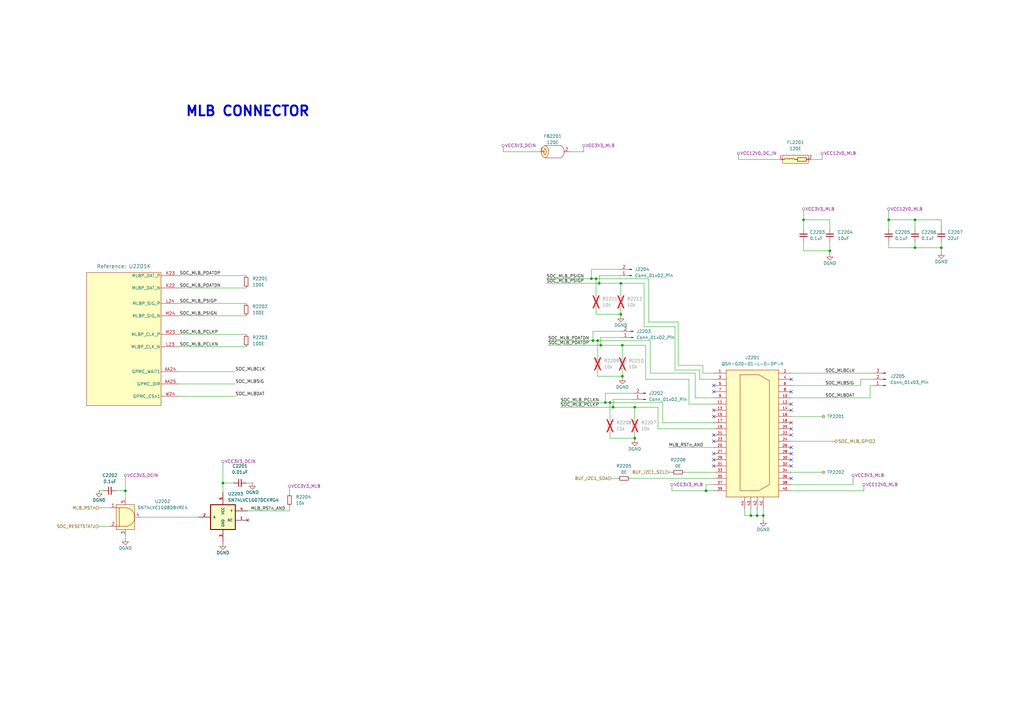
<source format=kicad_sch>
(kicad_sch (version 20250114) (generator "eeschema") (generator_version "9.0")
  (paper "A3")
  (title_block (title "Barre de son (base saine)") (date "2025-05-16") (rev "1.0") (company "NDH"))
  (lib_symbols
    (symbol "Connector:Conn_01x02_Pin" (pin_names (offset 1.016) (hide yes))
      (property "Reference" "J" (at 0 2.54 0))
      (property "Value" "Conn_01x02_Pin" (at 0 -5.08 0))
      (symbol "Conn_01x02_Pin_1_1"
        (pin passive line (at 5.08 0 180) (length 3.81) (name "Pin_1") (number "1"))
        (pin passive line (at 5.08 -2.54 180) (length 3.81) (name "Pin_2") (number "2"))
      )
    )
    (symbol "Connector:Conn_01x03_Pin" (pin_names (offset 1.016) (hide yes))
      (property "Reference" "J" (at 0 5.08 0))
      (property "Value" "Conn_01x03_Pin" (at 0 -5.08 0))
      (symbol "Conn_01x03_Pin_1_1"
        (pin passive line (at 5.08 2.54 180) (length 3.81) (name "Pin_1") (number "1"))
        (pin passive line (at 5.08 0 180) (length 3.81) (name "Pin_2") (number "2"))
        (pin passive line (at 5.08 -2.54 180) (length 3.81) (name "Pin_3") (number "3"))
      )
    )
    (symbol "Connector:TestPoint_Small" (pin_numbers (hide yes)) (pin_names (offset 0.762) (hide yes))
      (property "Reference" "TP" (at 0 3.81 0))
      (property "Value" "TestPoint_Small" (at 0 2.032 0))
      (symbol "TestPoint_Small_1_1"
        (pin passive line (at 0 0 90) (length 0) (name "1") (number "1"))
      )
    )
    (symbol "Device:C_Small" (pin_numbers (hide yes)) (pin_names (offset 0.254) (hide yes))
      (property "Reference" "C" (at 0.254 1.778 0))
      (property "Value" "C_Small" (at 0.254 -2.032 0))
      (symbol "C_Small_1_1"
        (pin passive line (at 0 2.54 270) (length 2.032) (name "~") (number "1"))
        (pin passive line (at 0 -2.54 90) (length 2.032) (name "~") (number "2"))
      )
    )
    (symbol "Device:R_Small" (pin_numbers (hide yes)) (pin_names (offset 0.254) (hide yes))
      (property "Reference" "R" (at 0.762 0.508 0))
      (property "Value" "R_Small" (at 0.762 -1.016 0))
      (symbol "R_Small_1_1"
        (pin passive line (at 0 2.54 270) (length 0.762) (name "~") (number "1"))
        (pin passive line (at 0 -2.54 90) (length 0.762) (name "~") (number "2"))
      )
    )
    (symbol "Libglobal:66AK2G12ABY100" (pin_names (offset 0.254))
      (property "Reference" "U" (at -46.228 -50.8 0) (show_name))
      (symbol "66AK2G12ABY100_1_1"
        (pin bidirectional line (at -68.58 110.49 0) (length 7.62) (name "DDR3_DQS0_P") (number "AD1"))
        (pin bidirectional line (at -68.58 107.95 0) (length 7.62) (name "DDR3_DQS0_N") (number "AE2"))
        (pin bidirectional line (at -68.58 102.87 0) (length 7.62) (name "DDR3_DQS1_P") (number "AD4"))
        (pin bidirectional line (at -68.58 100.33 0) (length 7.62) (name "DDR3_DQS1_N") (number "AE4"))
        (pin bidirectional line (at -68.58 95.25 0) (length 7.62) (name "DDR3_DQS2_P") (number "AE6"))
        (pin bidirectional line (at -68.58 92.71 0) (length 7.62) (name "DDR3_DQS2_N") (number "AD6"))
        (pin bidirectional line (at -68.58 87.63 0) (length 7.62) (name "DDR3_DQS3_P") (number "AE9"))
        (pin bidirectional line (at -68.58 85.09 0) (length 7.62) (name "DDR3_DQS3_N") (number "AD9"))
        (pin bidirectional line (at -68.58 80.01 0) (length 7.62) (name "DDR3_CBDQS_P") (number "AE12"))
        (pin bidirectional line (at -68.58 77.47 0) (length 7.62) (name "DDR3_CBDQS_N") (number "AD12"))
        (pin tri_state line (at -68.58 72.39 0) (length 7.62) (name "DDR3_DQM0") (number "AB4"))
        (pin tri_state line (at -68.58 69.85 0) (length 7.62) (name "DDR3_DQM1") (number "AA5"))
        (pin tri_state line (at -68.58 67.31 0) (length 7.62) (name "DDR3_DQM2") (number "AC8"))
        (pin tri_state line (at -68.58 64.77 0) (length 7.62) (name "DDR3_DQM3") (number "AA9"))
        (pin bidirectional line (at -68.58 58.42 0) (length 7.62) (name "DDR3_CBDQM") (number "Y11"))
        (pin tri_state line (at -68.58 50.8 0) (length 7.62) (name "DDR3_ODT0") (number "AA13"))
        (pin bidirectional line (at -68.58 48.26 0) (length 7.62) (name "DDR3_ODT1") (number "Y12"))
        (pin bidirectional line (at -68.58 41.91 0) (length 7.62) (name "DDR3_CB00") (number "AA11"))
        (pin bidirectional line (at -68.58 39.37 0) (length 7.62) (name "DDR3_CB01") (number "AB11"))
        (pin bidirectional line (at -68.58 36.83 0) (length 7.62) (name "DDR3_CB02") (number "AC11"))
        (pin bidirectional line (at -68.58 34.29 0) (length 7.62) (name "DDR3_CB03") (number "AC12"))
        (pin tri_state line (at -68.58 27.94 0) (length 7.62) (name "DDR3_CKE0") (number "AB18"))
        (pin bidirectional line (at -68.58 25.4 0) (length 7.62) (name "DDR3_CKE1") (number "AC18"))
        (pin tri_state line (at -68.58 19.05 0) (length 7.62) (name "DDR3_CEn0") (number "AD13"))
        (pin bidirectional line (at -68.58 16.51 0) (length 7.62) (name "DDR3_CEn1") (number "AB12"))
        (pin tri_state line (at -68.58 10.16 0) (length 7.62) (name "DDR_CLK_N") (number "AD24"))
        (pin tri_state line (at -68.58 7.62 0) (length 7.62) (name "DDR_CLK_P") (number "AE24"))
        (pin tri_state line (at -68.58 1.27 0) (length 7.62) (name "DDR3_CLKOUT_P0") (number "AE15"))
        (pin tri_state line (at -68.58 -1.27 0) (length 7.62) (name "DDR3_CLKOUT_N0") (number "AD15"))
        (pin tri_state line (at -68.58 -7.62 0) (length 7.62) (name "DDR3_CLKOUT_P1") (number "AE16"))
        (pin tri_state line (at -68.58 -10.16 0) (length 7.62) (name "DDR3_CLKOUT_N1") (number "AD16"))
        (pin unspecified line (at -68.58 -16.51 0) (length 7.62) (name "DDR3_RZQ0") (number "W12"))
        (pin unspecified line (at -68.58 -19.05 0) (length 7.62) (name "DDR3_RZQ1") (number "V9"))
        (pin tri_state line (at -68.58 -25.4 0) (length 7.62) (name "DDR3_CASn") (number "AC13"))
        (pin tri_state line (at -68.58 -27.94 0) (length 7.62) (name "DDR3_RASn") (number "AE13"))
        (pin tri_state line (at -68.58 -34.29 0) (length 7.62) (name "DDR3_WEn") (number "Y13"))
        (pin tri_state line (at -68.58 -40.64 0) (length 7.62) (name "DDR3_RESETn") (number "Y18"))
        (pin tri_state line (at 2.54 110.49 180) (length 7.62) (name "DDR3_A00") (number "AC15"))
        (pin tri_state line (at 2.54 107.95 180) (length 7.62) (name "DDR3_A01") (number "Y15"))
        (pin tri_state line (at 2.54 105.41 180) (length 7.62) (name "DDR3_A02") (number "AC16"))
        (pin tri_state line (at 2.54 102.87 180) (length 7.62) (name "DDR3_A03") (number "AA15"))
        (pin tri_state line (at 2.54 100.33 180) (length 7.62) (name "DDR3_A04") (number "AB16"))
        (pin tri_state line (at 2.54 97.79 180) (length 7.62) (name "DDR3_A05") (number "AE17"))
        (pin tri_state line (at 2.54 95.25 180) (length 7.62) (name "DDR3_A06") (number "AC14"))
        (pin tri_state line (at 2.54 92.71 180) (length 7.62) (name "DDR3_A07") (number "AB15"))
        (pin tri_state line (at 2.54 90.17 180) (length 7.62) (name "DDR3_A08") (number "AC17"))
        (pin tri_state line (at 2.54 87.63 180) (length 7.62) (name "DDR3_A09") (number "AB17"))
        (pin tri_state line (at 2.54 85.09 180) (length 7.62) (name "DDR3_A10") (number "AB14"))
        (pin tri_state line (at 2.54 82.55 180) (length 7.62) (name "DDR3_A11") (number "AA16"))
        (pin tri_state line (at 2.54 80.01 180) (length 7.62) (name "DDR3_A12") (number "AA17"))
        (pin tri_state line (at 2.54 77.47 180) (length 7.62) (name "DDR3_A13") (number "AA12"))
        (pin tri_state line (at 2.54 74.93 180) (length 7.62) (name "DDR3_A14") (number "Y17"))
        (pin tri_state line (at 2.54 72.39 180) (length 7.62) (name "DDR3_A15") (number "Y16"))
        (pin tri_state line (at 2.54 66.04 180) (length 7.62) (name "DDR3_BA0") (number "AA14"))
        (pin tri_state line (at 2.54 62.23 180) (length 7.62) (name "DDR3_BA1") (number "AB13"))
        (pin tri_state line (at 2.54 58.42 180) (length 7.62) (name "DDR3_BA2") (number "AD17"))
        (pin bidirectional line (at 2.54 52.07 180) (length 7.62) (name "DDR3_D00") (number "AD2"))
        (pin bidirectional line (at 2.54 49.53 180) (length 7.62) (name "DDR3_D01") (number "Y4"))
        (pin bidirectional line (at 2.54 46.99 180) (length 7.62) (name "DDR3_D02") (number "AC3"))
        (pin bidirectional line (at 2.54 44.45 180) (length 7.62) (name "DDR3_D03") (number "AC2"))
        (pin bidirectional line (at 2.54 41.91 180) (length 7.62) (name "DDR3_D04") (number "AE3"))
        (pin bidirectional line (at 2.54 39.37 180) (length 7.62) (name "DDR3_D05") (number "AA4"))
        (pin bidirectional line (at 2.54 36.83 180) (length 7.62) (name "DDR3_D06") (number "AD3"))
        (pin bidirectional line (at 2.54 34.29 180) (length 7.62) (name "DDR3_D07") (number "AB3"))
        (pin bidirectional line (at 2.54 29.21 180) (length 7.62) (name "DDR3_D08") (number "AA6"))
        (pin bidirectional line (at 2.54 26.67 180) (length 7.62) (name "DDR3_D09") (number "Y7"))
        (pin bidirectional line (at 2.54 24.13 180) (length 7.62) (name "DDR3_D10") (number "Y6"))
        (pin bidirectional line (at 2.54 21.59 180) (length 7.62) (name "DDR3_D11") (number "AC5"))
        (pin bidirectional line (at 2.54 19.05 180) (length 7.62) (name "DDR3_D12") (number "AB6"))
        (pin bidirectional line (at 2.54 16.51 180) (length 7.62) (name "DDR3_D13") (number "Y5"))
        (pin bidirectional line (at 2.54 13.97 180) (length 7.62) (name "DDR3_D14") (number "AC4"))
        (pin bidirectional line (at 2.54 11.43 180) (length 7.62) (name "DDR3_D15") (number "AB5"))
        (pin bidirectional line (at 2.54 6.35 180) (length 7.62) (name "DDR3_D16") (number "AB7"))
        (pin bidirectional line (at 2.54 3.81 180) (length 7.62) (name "DDR3_D17") (number "AB8"))
        (pin bidirectional line (at 2.54 1.27 180) (length 7.62) (name "DDR3_D18") (number "AC7"))
        (pin bidirectional line (at 2.54 -1.27 180) (length 7.62) (name "DDR3_D19") (number "AA7"))
        (pin bidirectional line (at 2.54 -3.81 180) (length 7.62) (name "DDR3_D20") (number "AA8"))
        (pin bidirectional line (at 2.54 -6.35 180) (length 7.62) (name "DDR3_D21") (number "AC6"))
        (pin bidirectional line (at 2.54 -8.89 180) (length 7.62) (name "DDR3_D22") (number "AE7"))
        (pin bidirectional line (at 2.54 -11.43 180) (length 7.62) (name "DDR3_D23") (number "AD7"))
        (pin bidirectional line (at 2.54 -16.51 180) (length 7.62) (name "DDR3_D24") (number "AA10"))
        (pin bidirectional line (at 2.54 -19.05 180) (length 7.62) (name "DDR3_D25") (number "AE10"))
        (pin bidirectional line (at 2.54 -21.59 180) (length 7.62) (name "DDR3_D26") (number "AD10"))
        (pin bidirectional line (at 2.54 -24.13 180) (length 7.62) (name "DDR3_D27") (number "AC10"))
        (pin bidirectional line (at 2.54 -26.67 180) (length 7.62) (name "DDR3_D28") (number "AC9"))
        (pin bidirectional line (at 2.54 -29.21 180) (length 7.62) (name "DDR3_D29") (number "AB10"))
        (pin bidirectional line (at 2.54 -31.75 180) (length 7.62) (name "DDR3_D30") (number "AB9"))
        (pin bidirectional line (at 2.54 -34.29 180) (length 7.62) (name "DDR3_D31") (number "Y8"))
      )
      (symbol "66AK2G12ABY100_2_1"
        (pin bidirectional line (at -6.35 44.45 180) (length 7.62) (name "DSS_DATA0") (number "V22"))
        (pin bidirectional line (at -6.35 41.91 180) (length 7.62) (name "DSS_DATA1") (number "U21"))
        (pin bidirectional line (at -6.35 39.37 180) (length 7.62) (name "DSS_DATA2") (number "W22"))
        (pin bidirectional line (at -6.35 36.83 180) (length 7.62) (name "DSS_DATA3") (number "V23"))
        (pin bidirectional line (at -6.35 34.29 180) (length 7.62) (name "DSS_DATA4") (number "U23"))
        (pin bidirectional line (at -6.35 31.75 180) (length 7.62) (name "DSS_DATA5") (number "V24"))
        (pin bidirectional line (at -6.35 29.21 180) (length 7.62) (name "DSS_DATA6") (number "T21"))
        (pin bidirectional line (at -6.35 26.67 180) (length 7.62) (name "DSS_DATA7") (number "U22"))
        (pin bidirectional line (at -6.35 24.13 180) (length 7.62) (name "DSS_DATA8") (number "T22"))
        (pin bidirectional line (at -6.35 21.59 180) (length 7.62) (name "DSS_DATA9") (number "R21"))
        (pin bidirectional line (at -6.35 19.05 180) (length 7.62) (name "DSS_DATA10") (number "U24"))
        (pin bidirectional line (at -6.35 16.51 180) (length 7.62) (name "DSS_DATA11") (number "V25"))
        (pin bidirectional line (at -6.35 13.97 180) (length 7.62) (name "DSS_DATA12") (number "T24"))
        (pin bidirectional line (at -6.35 11.43 180) (length 7.62) (name "DSS_DATA13") (number "P21"))
        (pin bidirectional line (at -6.35 8.89 180) (length 7.62) (name "DSS_DATA14") (number "U25"))
        (pin bidirectional line (at -6.35 6.35 180) (length 7.62) (name "DSS_DATA15") (number "R22"))
        (pin bidirectional line (at -6.35 3.81 180) (length 7.62) (name "DSS_DATA16") (number "P23"))
        (pin bidirectional line (at -6.35 1.27 180) (length 7.62) (name "DSS_DATA17") (number "R24"))
        (pin bidirectional line (at -6.35 -1.27 180) (length 7.62) (name "DSS_DATA18") (number "N22"))
        (pin bidirectional line (at -6.35 -3.81 180) (length 7.62) (name "DSS_DATA19") (number "T25"))
        (pin bidirectional line (at -6.35 -6.35 180) (length 7.62) (name "DSS_DATA20") (number "N24"))
        (pin bidirectional line (at -6.35 -8.89 180) (length 7.62) (name "DSS_DATA21") (number "P24"))
        (pin bidirectional line (at -6.35 -11.43 180) (length 7.62) (name "DSS_DATA22") (number "P25"))
        (pin bidirectional line (at -6.35 -13.97 180) (length 7.62) (name "DSS_DATA23") (number "N23"))
        (pin bidirectional line (at -6.35 -20.32 180) (length 7.62) (name "DSS_VSYNC") (number "R25"))
        (pin bidirectional line (at -6.35 -24.13 180) (length 7.62) (name "DSS_HSYNC") (number "P22"))
        (pin bidirectional line (at -6.35 -27.94 180) (length 7.62) (name "DSS_PCLK") (number "N25"))
        (pin bidirectional line (at -6.35 -31.75 180) (length 7.62) (name "DSS_FID") (number "L25"))
        (pin bidirectional line (at -6.35 -35.56 180) (length 7.62) (name "DSS_DE") (number "M25"))
        (pin bidirectional line (at -6.35 -41.91 180) (length 7.62) (name "PR1_MDIO_DATA") (number "E18"))
      )
      (symbol "66AK2G12ABY100_3_1"
        (pin bidirectional line (at 1.27 71.12 180) (length 7.62) (name "PR1_PRU1_GPO0/PR1_PRU1_GPI0/GPIO1_26") (number "A14"))
        (pin bidirectional line (at 1.27 66.04 180) (length 7.62) (name "PR1_PRU1_GPO1/PR1_PRU1_GPI1/GPIO1_27") (number "B14"))
        (pin bidirectional line (at 1.27 60.96 180) (length 7.62) (name "PR1_PRU1_GPO2/PR1_PRU1_GPI2/GPIO1_28") (number "C14"))
        (pin bidirectional line (at 1.27 55.88 180) (length 7.62) (name "PR1_PRU1_GPO3/PR1_PRU1_GPI3/GPIO1_29") (number "E14"))
        (pin bidirectional line (at 1.27 50.8 180) (length 7.62) (name "PR1_PRU1_GPO4/PR1_PRU1_GPI4/GPIO1_30") (number "D14"))
        (pin bidirectional line (at 1.27 45.72 180) (length 7.62) (name "PR1_PRU1_GPO5/PR1_PRU1_GPI5/GPIO1_31") (number "A15"))
        (pin bidirectional line (at 1.27 40.64 180) (length 7.62) (name "PR1_PRU1_GPO6/PR1_PRU1_GPI6/GPIO1_32") (number "F14"))
        (pin bidirectional line (at 1.27 35.56 180) (length 7.62) (name "PR1_PRU1_GPO7/PR1_PRU1_GPI7/GPIO1_33") (number "B15"))
        (pin bidirectional line (at 1.27 30.48 180) (length 7.62) (name "PR1_PRU1_GPO8/PR1_PRU1_GPI8/GPIO1_34") (number "C15"))
        (pin bidirectional line (at 1.27 25.4 180) (length 7.62) (name "PR1_PRU1_GPO15/PR1_PRU1_GPI15/GPIO1_41") (number "C18"))
        (pin bidirectional line (at 1.27 19.05 180) (length 7.62) (name "PR1_PRU1_GPO16/PR1_PRU1_GPI16/GPIO1_42") (number "D16"))
        (pin bidirectional line (at 1.27 8.89 180) (length 7.62) (name "GPMC_BEn1/GPIO0_21") (number "AB24"))
        (pin bidirectional line (at 1.27 3.81 180) (length 7.62) (name "GPMC_CLK/GPIO0_16") (number "AB23"))
        (pin bidirectional line (at 1.27 -5.08 180) (length 7.62) (name "MII_RXER/RMII_RXER/GPIO0_82") (number "F23"))
        (pin bidirectional line (at 1.27 -11.43 180) (length 7.62) (name "MII_COL/GPIO0_83") (number "B25"))
        (pin bidirectional line (at 1.27 -17.78 180) (length 7.62) (name "MII_CRS/RMII_CRS_DV/GPIO0_84") (number "G22"))
        (pin bidirectional line (at 1.27 -29.21 180) (length 7.62) (name "SPI3_SCSn1/PR0_UART0_RXD/GPIO0_87") (number "E25"))
        (pin bidirectional line (at 1.27 -36.83 180) (length 7.62) (name "SPI1_SCSn1/GPIO0_100") (number "N3"))
      )
      (symbol "66AK2G12ABY100_4_1"
        (pin bidirectional line (at -15.24 -25.4 180) (length 7.62) (name "SPI0_SOMI") (number "M1"))
        (pin bidirectional line (at -15.24 -30.48 180) (length 7.62) (name "SPI0_SIMO") (number "N4"))
        (pin bidirectional line (at -15.24 -35.56 180) (length 7.62) (name "SPI0_CLK") (number "M2"))
        (pin bidirectional line (at -15.24 -40.64 180) (length 7.62) (name "SPI0_SCSn0") (number "M3"))
        (pin bidirectional line (at -15.24 -45.72 180) (length 7.62) (name "SPI0_SCSn1") (number "M4"))
      )
      (symbol "66AK2G12ABY100_5_1"
        (pin bidirectional line (at -7.62 31.75 180) (length 7.62) (name "GPMC_AD0") (number "AC21"))
        (pin bidirectional line (at -7.62 29.21 180) (length 7.62) (name "GPMC_AD1") (number "AE20"))
        (pin bidirectional line (at -7.62 26.67 180) (length 7.62) (name "GPMC_AD2") (number "AD22"))
        (pin bidirectional line (at -7.62 24.13 180) (length 7.62) (name "GPMC_AD3") (number "AD20"))
        (pin bidirectional line (at -7.62 21.59 180) (length 7.62) (name "GPMC_AD4") (number "AE21"))
        (pin bidirectional line (at -7.62 19.05 180) (length 7.62) (name "GPMC_AD5") (number "AE22"))
        (pin bidirectional line (at -7.62 16.51 180) (length 7.62) (name "GPMC_AD6") (number "AC20"))
        (pin bidirectional line (at -7.62 13.97 180) (length 7.62) (name "GPMC_AD7") (number "AD21"))
        (pin bidirectional line (at -7.62 11.43 180) (length 7.62) (name "GPMC_AD8") (number "AE23"))
        (pin bidirectional line (at -7.62 8.89 180) (length 7.62) (name "GPMC_AD9") (number "AB20"))
        (pin bidirectional line (at -7.62 6.35 180) (length 7.62) (name "GPMC_AD10") (number "AA20"))
        (pin bidirectional line (at -7.62 3.81 180) (length 7.62) (name "GPMC_AD11") (number "AD23"))
        (pin bidirectional line (at -7.62 1.27 180) (length 7.62) (name "GPMC_AD12") (number "AA21"))
        (pin bidirectional line (at -7.62 -1.27 180) (length 7.62) (name "GPMC_AD13") (number "AB21"))
        (pin bidirectional line (at -7.62 -3.81 180) (length 7.62) (name "GPMC_AD14") (number "AB22"))
        (pin bidirectional line (at -7.62 -6.35 180) (length 7.62) (name "GPMC_AD15") (number "AA22"))
        (pin bidirectional line (at -7.62 -16.51 180) (length 7.62) (name "GPMC_ADVn_ALE") (number "AC23"))
        (pin bidirectional line (at -7.62 -19.05 180) (length 7.62) (name "GPMC_OEn_REn") (number "AC22"))
        (pin bidirectional line (at -7.62 -21.59 180) (length 7.62) (name "GPMC_WEn") (number "Y22"))
        (pin bidirectional line (at -7.62 -24.13 180) (length 7.62) (name "GPMC_BEn0_CLE") (number "AC24"))
        (pin bidirectional line (at -7.62 -26.67 180) (length 7.62) (name "GPMC_WAIT0") (number "Y24"))
        (pin bidirectional line (at -7.62 -36.83 180) (length 7.62) (name "GPMC_WPn") (number "W25"))
        (pin bidirectional line (at -7.62 -43.18 180) (length 7.62) (name "GPMC_CSn0") (number "AB25"))
      )
      (symbol "66AK2G12ABY100_6_1"
        (pin bidirectional line (at -11.43 8.89 180) (length 7.62) (name "MMC1_DAT0") (number "H3"))
        (pin bidirectional line (at -11.43 3.81 180) (length 7.62) (name "MMC1_DAT1") (number "F5"))
        (pin bidirectional line (at -11.43 -1.27 180) (length 7.62) (name "MMC1_DAT2") (number "J5"))
        (pin bidirectional line (at -11.43 -6.35 180) (length 7.62) (name "MMC1_DAT3") (number "H4"))
        (pin bidirectional line (at -11.43 -11.43 180) (length 7.62) (name "MMC1_DAT4") (number "E3"))
        (pin bidirectional line (at -11.43 -13.97 180) (length 7.62) (name "MMC1_DAT5") (number "G4"))
        (pin bidirectional line (at -11.43 -16.51 180) (length 7.62) (name "MMC1_DAT6") (number "F4"))
        (pin bidirectional line (at -11.43 -19.05 180) (length 7.62) (name "MMC1_DAT7") (number "G5"))
        (pin bidirectional line (at -11.43 -24.13 180) (length 7.62) (name "MMC1_CLK") (number "J4"))
        (pin bidirectional line (at -11.43 -29.21 180) (length 7.62) (name "MMC1_CMD") (number "J2"))
        (pin bidirectional line (at -11.43 -34.29 180) (length 7.62) (name "MMC1_POW") (number "K2"))
        (pin bidirectional line (at -11.43 -36.83 180) (length 7.62) (name "MMC1_SDCD") (number "J3"))
        (pin bidirectional line (at -11.43 -43.18 180) (length 7.62) (name "MMC1_SDWP") (number "K3"))
      )
      (symbol "66AK2G12ABY100_7_1"
        (pin bidirectional line (at -13.97 29.21 180) (length 7.62) (name "MII_TXD0") (number "G23"))
        (pin bidirectional line (at -13.97 24.13 180) (length 7.62) (name "MII_TXD1") (number "G24"))
        (pin bidirectional line (at -13.97 19.05 180) (length 7.62) (name "MII_TXD2") (number "G25"))
        (pin bidirectional line (at -13.97 13.97 180) (length 7.62) (name "MII_TXD3") (number "D25"))
        (pin bidirectional line (at -13.97 6.35 180) (length 7.62) (name "MII_TXCLK") (number "C25"))
        (pin bidirectional line (at -13.97 1.27 180) (length 7.62) (name "MII_TXEN") (number "H25"))
        (pin bidirectional line (at -13.97 -6.35 180) (length 7.62) (name "MDIO_CLK") (number "U3"))
        (pin bidirectional line (at -13.97 -10.16 180) (length 7.62) (name "MDIO_DATA") (number "V3"))
        (pin bidirectional line (at -13.97 -17.78 180) (length 7.62) (name "MII_RXCLK") (number "A22"))
        (pin bidirectional line (at -13.97 -22.86 180) (length 7.62) (name "MII_RXDV") (number "A24"))
        (pin bidirectional line (at -13.97 -30.48 180) (length 7.62) (name "MII_RXD0") (number "B24"))
        (pin bidirectional line (at -13.97 -35.56 180) (length 7.62) (name "MII_RXD1") (number "C23"))
        (pin bidirectional line (at -13.97 -40.64 180) (length 7.62) (name "MII_RXD2") (number "B23"))
        (pin bidirectional line (at -13.97 -45.72 180) (length 7.62) (name "MII_RXD3") (number "F22"))
      )
      (symbol "66AK2G12ABY100_8_1"
        (pin input line (at -10.16 -5.08 180) (length 7.62) (name "NMIn") (number "W1"))
        (pin input line (at -10.16 -10.16 180) (length 7.62) (name "PORn") (number "AA3"))
        (pin input line (at -10.16 -15.24 180) (length 7.62) (name "LRESETNMIENn") (number "V1"))
        (pin input line (at -10.16 -20.32 180) (length 7.62) (name "LRESETn") (number "V2"))
        (pin input line (at -10.16 -25.4 180) (length 7.62) (name "RESETn") (number "W3"))
        (pin input line (at -10.16 -30.48 180) (length 7.62) (name "RESETFULLn") (number "W2"))
        (pin output line (at -10.16 -38.1 180) (length 7.62) (name "RESETSTATn") (number "Y2"))
        (pin tri_state line (at -10.16 -45.72 180) (length 7.62) (name "BOOTCOMPLETE") (number "Y3"))
      )
      (symbol "66AK2G12ABY100_9_1"
        (pin input line (at -69.85 8.89 0) (length 7.62) (name "AUDOSC_IN") (number "C17"))
        (pin output line (at -69.85 3.81 0) (length 7.62) (name "AUDOSC_OUT") (number "A17"))
        (pin power_in line (at -69.85 -1.27 0) (length 7.62) (name "VSS_OSC_AUDIO") (number "B17"))
        (pin output line (at -69.85 -12.7 0) (length 7.62) (name "USB1_XO") (number "C20"))
        (pin output line (at -69.85 -17.78 0) (length 7.62) (name "USB0_XO") (number "D19"))
        (pin tri_state line (at -69.85 -26.67 0) (length 7.62) (name "OBSPLL_LOCK") (number "N5"))
        (pin output line (at -69.85 -30.48 0) (length 7.62) (name "OBSCLK_P") (number "K1"))
        (pin output line (at -69.85 -34.29 0) (length 7.62) (name "OBSCLK_N") (number "L1"))
        (pin output line (at -69.85 -44.45 0) (length 7.62) (name "RMII_REFCLK/PR0_eCAP0_eCAP_SYNCOUT") (number "D24"))
        (pin input line (at 6.35 8.89 180) (length 7.62) (name "SYSOSC_IN") (number "AC19"))
        (pin output line (at 6.35 3.81 180) (length 7.62) (name "SYSOSC_OUT") (number "AE19"))
        (pin power_in line (at 6.35 -1.27 180) (length 7.62) (name "VSS_OSC_SYS") (number "AD19"))
        (pin input line (at 6.35 -10.16 180) (length 7.62) (name "SYSCLK_P") (number "AD25"))
        (pin input line (at 6.35 -15.24 180) (length 7.62) (name "SYSCLK_N") (number "AC25"))
        (pin input line (at 6.35 -24.13 180) (length 7.62) (name "SYSCLKSEL") (number "R1"))
        (pin tri_state line (at 6.35 -30.48 180) (length 7.62) (name "SYSCLKOUT") (number "M21"))
        (pin input line (at 6.35 -39.37 180) (length 7.62) (name "CPTS_REFCLK_P") (number "K21"))
        (pin input line (at 6.35 -44.45 180) (length 7.62) (name "CPTS_REFCLK_N") (number "L21"))
      )
      (symbol "66AK2G12ABY100_10_1"
        (pin input line (at -17.78 -17.78 180) (length 7.62) (name "TDI") (number "L5"))
        (pin tri_state line (at -17.78 -21.59 180) (length 7.62) (name "TDO") (number "K5"))
        (pin input line (at -17.78 -25.4 180) (length 7.62) (name "TCK") (number "L3"))
        (pin input line (at -17.78 -29.21 180) (length 7.62) (name "TMS") (number "K4"))
        (pin input line (at -17.78 -33.02 180) (length 7.62) (name "TRSTn") (number "L4"))
        (pin bidirectional line (at -17.78 -39.37 180) (length 7.62) (name "EMU00") (number "M22"))
        (pin bidirectional line (at -17.78 -45.72 180) (length 7.62) (name "EMU01") (number "L22"))
      )
      (symbol "66AK2G12ABY100_11_1"
        (pin bidirectional line (at -10.16 5.08 180) (length 7.62) (name "MLBP_DAT_P") (number "K23"))
        (pin bidirectional line (at -10.16 0 180) (length 7.62) (name "MLBP_DAT_N") (number "K22"))
        (pin bidirectional line (at -10.16 -6.35 180) (length 7.62) (name "MLBP_SIG_P") (number "L24"))
        (pin bidirectional line (at -10.16 -11.43 180) (length 7.62) (name "MLBP_SIG_N") (number "M24"))
        (pin input line (at -10.16 -19.05 180) (length 7.62) (name "MLBP_CLK_P") (number "M23"))
        (pin input line (at -10.16 -24.13 180) (length 7.62) (name "MLBP_CLK_N") (number "L23"))
        (pin bidirectional line (at -10.16 -34.29 180) (length 7.62) (name "GPMC_WAIT1") (number "AA24"))
        (pin bidirectional line (at -10.16 -39.37 180) (length 7.62) (name "GPMC_DIR") (number "AA25"))
        (pin bidirectional line (at -10.16 -44.45 180) (length 7.62) (name "GPMC_CSn1") (number "W24"))
      )
      (symbol "66AK2G12ABY100_12_1"
        (pin bidirectional line (at -13.97 -13.97 180) (length 7.62) (name "USB1_DP") (number "B20"))
        (pin bidirectional line (at -13.97 -17.78 180) (length 7.62) (name "USB1_DM") (number "A20"))
        (pin unspecified line (at -13.97 -25.4 180) (length 7.62) (name "USB1_ID") (number "E20"))
        (pin unspecified line (at -13.97 -30.48 180) (length 7.62) (name "USB1_VBUS") (number "A21"))
        (pin tri_state line (at -13.97 -38.1 180) (length 7.62) (name "USB1_DRVVBUS") (number "B21"))
        (pin unspecified line (at -13.97 -45.72 180) (length 7.62) (name "USB1_TXRTUNE_RKELVIN") (number "D20"))
      )
      (symbol "66AK2G12ABY100_13_1"
        (pin bidirectional line (at -16.51 -38.1 180) (length 7.62) (name "I2C0_SCL") (number "U5"))
        (pin bidirectional line (at -16.51 -45.72 180) (length 7.62) (name "I2C0_SDA") (number "W5"))
      )
      (symbol "66AK2G12ABY100_14_1"
        (pin bidirectional line (at -7.62 -7.62 180) (length 7.62) (name "QSPI_D0") (number "J23"))
        (pin bidirectional line (at -7.62 -11.43 180) (length 7.62) (name "QSPI_D1") (number "J22"))
        (pin bidirectional line (at -7.62 -15.24 180) (length 7.62) (name "QSPI_D2") (number "J21"))
        (pin bidirectional line (at -7.62 -19.05 180) (length 7.62) (name "QSPI_D3") (number "J24"))
        (pin bidirectional line (at -7.62 -25.4 180) (length 7.62) (name "QSPI_CSn0") (number "J25"))
        (pin bidirectional line (at -7.62 -31.75 180) (length 7.62) (name "QSPI_CLK") (number "K25"))
        (pin bidirectional line (at -7.62 -38.1 180) (length 7.62) (name "QSPI_RCLK") (number "K24"))
        (pin bidirectional line (at -7.62 -45.72 180) (length 7.62) (name "QSPI_CSn1") (number "H23"))
      )
      (symbol "66AK2G12ABY100_15_1"
        (pin tri_state line (at -15.24 -34.29 180) (length 7.62) (name "UART0_TXD") (number "T1"))
        (pin input line (at -15.24 -38.1 180) (length 7.62) (name "UART0_RXD") (number "T4"))
        (pin bidirectional line (at -15.24 -41.91 180) (length 7.62) (name "UART0_CTSn") (number "T2"))
        (pin bidirectional line (at -15.24 -45.72 180) (length 7.62) (name "UART0_RTSn") (number "U1"))
      )
      (symbol "66AK2G12ABY100_16_1"
        (pin output line (at -13.97 -6.35 180) (length 7.62) (name "PCIE_TXP0") (number "G1"))
        (pin output line (at -13.97 -11.43 180) (length 7.62) (name "PCIE_TXN0") (number "H1"))
        (pin input line (at -13.97 -19.05 180) (length 7.62) (name "PCIE_RXP0") (number "E1"))
        (pin input line (at -13.97 -24.13 180) (length 7.62) (name "PCIE_RXN0") (number "D1"))
        (pin input line (at -13.97 -31.75 180) (length 7.62) (name "PCIE_CLK_P") (number "G2"))
        (pin input line (at -13.97 -35.56 180) (length 7.62) (name "PCIE_CLK_N") (number "F2"))
        (pin unspecified line (at -13.97 -43.18 180) (length 7.62) (name "PCIE_REFRES") (number "H7"))
      )
      (symbol "66AK2G12ABY100_17_1"
        (pin bidirectional line (at -8.89 -30.48 180) (length 7.62) (name "DCAN0_TX") (number "P5"))
        (pin bidirectional line (at -8.89 -35.56 180) (length 7.62) (name "DCAN0_RX") (number "R5"))
        (pin bidirectional line (at -8.89 -43.18 180) (length 7.62) (name "QSPI_CSn2") (number "H22"))
        (pin bidirectional line (at -8.89 -46.99 180) (length 7.62) (name "QSPI_CSn3") (number "H21"))
      )
      (symbol "66AK2G12ABY100_18_1"
        (pin bidirectional line (at -6.35 3.81 180) (length 7.62) (name "eHRPWM3_A") (number "A23"))
        (pin bidirectional line (at -6.35 0 180) (length 7.62) (name "eHRPWM3_B") (number "B22"))
        (pin bidirectional line (at -6.35 -3.81 180) (length 7.62) (name "MII_TXER") (number "H24"))
        (pin bidirectional line (at -6.35 -7.62 180) (length 7.62) (name "eHRPWM3_SYNCO") (number "D23"))
        (pin bidirectional line (at -6.35 -11.43 180) (length 7.62) (name "eHRPWM3_SYNCI") (number "C22"))
        (pin bidirectional line (at -6.35 -17.78 180) (length 7.62) (name "PR1_PRU0_GPO18") (number "D12"))
        (pin bidirectional line (at -6.35 -21.59 180) (length 7.62) (name "PR1_PRU0_GPO19") (number "D13"))
        (pin bidirectional line (at -6.35 -25.4 180) (length 7.62) (name "PR1_PRU0_GPO17") (number "E13"))
        (pin bidirectional line (at -6.35 -31.75 180) (length 7.62) (name "PR1_PRU1_GPO18") (number "E17"))
        (pin bidirectional line (at -6.35 -35.56 180) (length 7.62) (name "PR1_PRU1_GPO19") (number "E16"))
        (pin bidirectional line (at -6.35 -39.37 180) (length 7.62) (name "PR1_PRU1_GPO17") (number "F16"))
        (pin bidirectional line (at -6.35 -45.72 180) (length 7.62) (name "PR1_MDIO_MDCLK") (number "D18"))
      )
      (symbol "66AK2G12ABY100_19_1"
        (pin unspecified line (at -8.89 -3.81 180) (length 7.62) (name "RSV1") (number "AA19"))
        (pin input line (at -8.89 -7.62 180) (length 7.62) (name "RSV2") (number "AB19"))
        (pin unspecified line (at -8.89 -11.43 180) (length 7.62) (name "RSV3") (number "Y20"))
        (pin unspecified line (at -8.89 -15.24 180) (length 7.62) (name "RSV4") (number "W19"))
        (pin unspecified line (at -8.89 -19.05 180) (length 7.62) (name "RSV5") (number "D2"))
        (pin input line (at -8.89 -22.86 180) (length 7.62) (name "RSV6") (number "L2"))
        (pin unspecified line (at -8.89 -26.67 180) (length 7.62) (name "RSV7") (number "G3"))
        (pin unspecified line (at -8.89 -30.48 180) (length 7.62) (name "RSV8") (number "F18"))
        (pin unspecified line (at -8.89 -34.29 180) (length 7.62) (name "RSV9") (number "H2"))
        (pin tri_state line (at -8.89 -38.1 180) (length 7.62) (name "RSV10") (number "AA18"))
        (pin tri_state line (at -8.89 -41.91 180) (length 7.62) (name "RSV11") (number "Y19"))
        (pin unspecified line (at -8.89 -45.72 180) (length 7.62) (name "RSV12") (number "Y14"))
      )
      (symbol "66AK2G12ABY100_20_1"
        (pin power_in line (at -57.15 46.99 0) (length 7.62) (name "CVDD") (number "N14"))
        (pin power_in line (at -57.15 43.18 0) (length 7.62) (name "CVDD") (number "N12"))
        (pin power_in line (at -57.15 39.37 0) (length 7.62) (name "CVDD") (number "N10"))
        (pin power_in line (at -57.15 35.56 0) (length 7.62) (name "CVDD") (number "M17"))
        (pin power_in line (at -57.15 31.75 0) (length 7.62) (name "CVDD") (number "M15"))
        (pin power_in line (at -57.15 27.94 0) (length 7.62) (name "CVDD") (number "M13"))
        (pin power_in line (at -57.15 24.13 0) (length 7.62) (name "CVDD") (number "M11"))
        (pin power_in line (at -57.15 20.32 0) (length 7.62) (name "CVDD") (number "M9"))
        (pin power_in line (at -57.15 16.51 0) (length 7.62) (name "CVDD") (number "L18"))
        (pin power_in line (at -57.15 12.7 0) (length 7.62) (name "CVDD") (number "L16"))
        (pin power_in line (at -57.15 8.89 0) (length 7.62) (name "CVDD") (number "L14"))
        (pin power_in line (at -57.15 5.08 0) (length 7.62) (name "CVDD") (number "L12"))
        (pin power_in line (at -57.15 1.27 0) (length 7.62) (name "CVDD") (number "L10"))
        (pin power_in line (at -57.15 -2.54 0) (length 7.62) (name "CVDD") (number "K17"))
        (pin power_in line (at -57.15 -6.35 0) (length 7.62) (name "CVDD") (number "K15"))
        (pin power_in line (at -57.15 -10.16 0) (length 7.62) (name "CVDD") (number "K13"))
        (pin power_in line (at -57.15 -13.97 0) (length 7.62) (name "CVDD") (number "K11"))
        (pin power_in line (at -57.15 -17.78 0) (length 7.62) (name "CVDD") (number "K9"))
        (pin power_in line (at -57.15 -21.59 0) (length 7.62) (name "CVDD") (number "J16"))
        (pin power_in line (at -57.15 -29.21 0) (length 7.62) (name "CVDD1") (number "T13"))
        (pin power_in line (at -57.15 -33.02 0) (length 7.62) (name "CVDD1") (number "N18"))
        (pin power_in line (at -57.15 -36.83 0) (length 7.62) (name "CVDD1") (number "N8"))
        (pin power_in line (at -57.15 -40.64 0) (length 7.62) (name "CVDD1") (number "J12"))
        (pin power_in line (at -57.15 -44.45 0) (length 7.62) (name "CVDD1") (number "M5"))
        (pin power_in line (at -6.35 46.99 180) (length 7.62) (name "CVDD") (number "N16"))
        (pin power_in line (at -6.35 43.18 180) (length 7.62) (name "CVDD") (number "P9"))
        (pin power_in line (at -6.35 39.37 180) (length 7.62) (name "CVDD") (number "P11"))
        (pin power_in line (at -6.35 35.56 180) (length 7.62) (name "CVDD") (number "P13"))
        (pin power_in line (at -6.35 31.75 180) (length 7.62) (name "CVDD") (number "P15"))
        (pin power_in line (at -6.35 27.94 180) (length 7.62) (name "CVDD") (number "P17"))
        (pin power_in line (at -6.35 24.13 180) (length 7.62) (name "CVDD") (number "R8"))
        (pin power_in line (at -6.35 20.32 180) (length 7.62) (name "CVDD") (number "R10"))
        (pin power_in line (at -6.35 16.51 180) (length 7.62) (name "CVDD") (number "R12"))
        (pin power_in line (at -6.35 12.7 180) (length 7.62) (name "CVDD") (number "R14"))
        (pin power_in line (at -6.35 8.89 180) (length 7.62) (name "CVDD") (number "R16"))
        (pin power_in line (at -6.35 5.08 180) (length 7.62) (name "CVDD") (number "R18"))
        (pin power_in line (at -6.35 1.27 180) (length 7.62) (name "CVDD") (number "T9"))
        (pin power_in line (at -6.35 -2.54 180) (length 7.62) (name "CVDD") (number "T11"))
        (pin power_in line (at -6.35 -6.35 180) (length 7.62) (name "CVDD") (number "T15"))
        (pin power_in line (at -6.35 -10.16 180) (length 7.62) (name "CVDD") (number "T17"))
        (pin power_in line (at -6.35 -13.97 180) (length 7.62) (name "CVDD") (number "U16"))
        (pin power_in line (at -6.35 -17.78 180) (length 7.62) (name "CVDD") (number "J10"))
        (pin power_in line (at -6.35 -21.59 180) (length 7.62) (name "CVDD") (number "J14"))
      )
      (symbol "66AK2G12ABY100_21_1"
        (pin power_in line (at -2.54 50.8 180) (length 7.62) (name "DVDD33") (number "H9"))
        (pin power_in line (at -2.54 46.99 180) (length 7.62) (name "DVDD33") (number "AA23"))
        (pin power_in line (at -2.54 43.18 180) (length 7.62) (name "DVDD33") (number "E23"))
        (pin power_in line (at -2.54 39.37 180) (length 7.62) (name "DVDD33") (number "F21"))
        (pin power_in line (at -2.54 35.56 180) (length 7.62) (name "DVDD33") (number "G20"))
        (pin power_in line (at -2.54 31.75 180) (length 7.62) (name "DVDD33") (number "J20"))
        (pin power_in line (at -2.54 27.94 180) (length 7.62) (name "DVDD33") (number "P19"))
        (pin power_in line (at -2.54 24.13 180) (length 7.62) (name "DVDD33") (number "R20"))
        (pin power_in line (at -2.54 20.32 180) (length 7.62) (name "DVDD33") (number "T19"))
        (pin power_in line (at -2.54 16.51 180) (length 7.62) (name "DVDD33") (number "U20"))
        (pin power_in line (at -2.54 12.7 180) (length 7.62) (name "DVDD33") (number "V21"))
        (pin power_in line (at -2.54 8.89 180) (length 7.62) (name "DVDD33") (number "F7"))
        (pin power_in line (at -2.54 5.08 180) (length 7.62) (name "DVDD33") (number "F11"))
        (pin power_in line (at -2.54 1.27 180) (length 7.62) (name "DVDD33") (number "F15"))
        (pin power_in line (at -2.54 -2.54 180) (length 7.62) (name "DVDD33") (number "G12"))
        (pin power_in line (at -2.54 -6.35 180) (length 7.62) (name "DVDD33") (number "G16"))
        (pin power_in line (at -2.54 -10.16 180) (length 7.62) (name "DVDD33") (number "H11"))
        (pin power_in line (at -2.54 -13.97 180) (length 7.62) (name "DVDD33") (number "H13"))
        (pin power_in line (at -2.54 -17.78 180) (length 7.62) (name "DVDD33") (number "H15"))
        (pin power_in line (at -2.54 -21.59 180) (length 7.62) (name "DVDD33") (number "P7"))
        (pin power_in line (at -2.54 -25.4 180) (length 7.62) (name "DVDD33") (number "R6"))
        (pin power_in line (at -2.54 -29.21 180) (length 7.62) (name "DVDD33") (number "T23"))
        (pin power_in line (at -2.54 -33.02 180) (length 7.62) (name "DVDD33") (number "T7"))
        (pin power_in line (at -2.54 -40.64 180) (length 7.62) (name "DVDD33_USB") (number "H17"))
        (pin power_in line (at -2.54 -43.18 180) (length 7.62) (name "DVDD33_USB") (number "G18"))
      )
      (symbol "66AK2G12ABY100_22_1"
        (pin power_in line (at -67.31 15.24 0) (length 7.62) (name "DVDD18") (number "F17"))
        (pin power_in line (at -67.31 12.7 0) (length 7.62) (name "DVDD18") (number "L20"))
        (pin power_in line (at -67.31 10.16 0) (length 7.62) (name "DVDD18") (number "K19"))
        (pin power_in line (at -67.31 7.62 0) (length 7.62) (name "DVDD18") (number "M7"))
        (pin power_in line (at -67.31 5.08 0) (length 7.62) (name "DVDD18") (number "L6"))
        (pin power_in line (at -67.31 2.54 0) (length 7.62) (name "DVDD18") (number "W6"))
        (pin power_in line (at -67.31 0 0) (length 7.62) (name "DVDD18") (number "U6"))
        (pin power_in line (at -67.31 -2.54 0) (length 7.62) (name "DVDD18") (number "U18"))
        (pin power_in line (at -67.31 -5.08 0) (length 7.62) (name "DVDD18") (number "V19"))
        (pin power_in line (at -67.31 -7.62 0) (length 7.62) (name "DVDD18") (number "J6"))
        (pin power_in line (at -67.31 -10.16 0) (length 7.62) (name "DVDD18") (number "H5"))
        (pin power_in line (at -67.31 -13.97 0) (length 7.62) (name "DVDD18") (number "G6"))
        (pin power_in line (at -67.31 -16.51 0) (length 7.62) (name "DVDD18") (number "F19"))
        (pin power_in line (at 1.27 15.24 180) (length 7.62) (name "DVDD_DDR") (number "AD5"))
        (pin power_in line (at 1.27 12.7 180) (length 7.62) (name "DVDD_DDR") (number "AD11"))
        (pin power_in line (at 1.27 10.16 180) (length 7.62) (name "DVDD_DDR") (number "AD18"))
        (pin power_in line (at 1.27 7.62 180) (length 7.62) (name "DVDD_DDR") (number "U8"))
        (pin power_in line (at 1.27 5.08 180) (length 7.62) (name "DVDD_DDR") (number "U10"))
        (pin power_in line (at 1.27 2.54 180) (length 7.62) (name "DVDD_DDR") (number "U12"))
        (pin power_in line (at 1.27 0 180) (length 7.62) (name "DVDD_DDR") (number "U14"))
        (pin power_in line (at 1.27 -2.54 180) (length 7.62) (name "DVDD_DDR") (number "V7"))
        (pin power_in line (at 1.27 -5.08 180) (length 7.62) (name "DVDD_DDR") (number "V11"))
        (pin power_in line (at 1.27 -7.62 180) (length 7.62) (name "DVDD_DDR") (number "V13"))
        (pin power_in line (at 1.27 -10.16 180) (length 7.62) (name "DVDD_DDR") (number "V15"))
        (pin power_in line (at 1.27 -12.7 180) (length 7.62) (name "DVDD_DDR") (number "V17"))
        (pin power_in line (at 1.27 -15.24 180) (length 7.62) (name "DVDD_DDR") (number "W16"))
        (pin power_in line (at 1.27 -17.78 180) (length 7.62) (name "DVDD_DDR") (number "W18"))
        (pin power_in line (at 1.27 -20.32 180) (length 7.62) (name "DVDD_DDR") (number "AE8"))
        (pin power_in line (at 1.27 -22.86 180) (length 7.62) (name "DVDD_DDR") (number "AE14"))
        (pin unspecified line (at 1.27 -33.02 180) (length 7.62) (name "DDR3_VREFSSTL") (number "Y9"))
      )
      (symbol "66AK2G12ABY100_23_1"
        (pin power_in line (at -8.89 21.59 180) (length 7.62) (name "DVDD_DDRDLL") (number "W8"))
        (pin power_in line (at -8.89 19.05 180) (length 7.62) (name "DVDD_DDRDLL") (number "W10"))
        (pin power_in line (at -8.89 16.51 180) (length 7.62) (name "DVDD_DDRDLL") (number "W14"))
        (pin power_in line (at -8.89 10.16 180) (length 7.62) (name "AVDDA_DDRPLL") (number "W20"))
        (pin power_in line (at -8.89 6.35 180) (length 7.62) (name "AVDDA_DSSPLL") (number "N20"))
        (pin power_in line (at -8.89 2.54 180) (length 7.62) (name "AVDDA_MAINPLL") (number "M19"))
        (pin power_in line (at -8.89 -1.27 180) (length 7.62) (name "AVDDA_NSSPLL") (number "G14"))
        (pin power_in line (at -8.89 -5.08 180) (length 7.62) (name "AVDDA_UARTPLL") (number "G10"))
        (pin power_in line (at -8.89 -8.89 180) (length 7.62) (name "AVDDA_ICSSPLL") (number "G8"))
        (pin power_in line (at -8.89 -12.7 180) (length 7.62) (name "AVDDA_ARMPLL") (number "N6"))
        (pin power_in line (at -8.89 -20.32 180) (length 7.62) (name "VDDAHV") (number "K7"))
        (pin unspecified line (at -8.89 -26.67 180) (length 7.62) (name "LDO_PCIE_CAP") (number "J8"))
        (pin unspecified line (at -8.89 -29.21 180) (length 7.62) (name "LDO_PCIE_CAP") (number "L8"))
        (pin unspecified line (at -8.89 -35.56 180) (length 7.62) (name "LDO_USB_CAP") (number "J18"))
        (pin unspecified line (at -8.89 -38.1 180) (length 7.62) (name "LDO_USB_CAP") (number "H19"))
        (pin power_in line (at -8.89 -44.45 180) (length 7.62) (name "VPP1") (number "Y21"))
        (pin power_in line (at -8.89 -46.99 180) (length 7.62) (name "VPP2") (number "W21"))
      )
      (symbol "66AK2G12ABY100_24_1"
        (pin power_in line (at -20.32 73.66 0) (length 7.62) (name "VSS") (number "A1"))
        (pin power_in line (at -20.32 71.12 0) (length 7.62) (name "VSS") (number "A25"))
        (pin power_in line (at -20.32 68.58 0) (length 7.62) (name "VSS") (number "C1"))
        (pin power_in line (at -20.32 66.04 0) (length 7.62) (name "VSS") (number "E2"))
        (pin power_in line (at -20.32 63.5 0) (length 7.62) (name "VSS") (number "E22"))
        (pin power_in line (at -20.32 60.96 0) (length 7.62) (name "VSS") (number "F1"))
        (pin power_in line (at -20.32 58.42 0) (length 7.62) (name "VSS") (number "F3"))
        (pin power_in line (at -20.32 55.88 0) (length 7.62) (name "VSS") (number "F6"))
        (pin power_in line (at -20.32 53.34 0) (length 7.62) (name "VSS") (number "F8"))
        (pin power_in line (at -20.32 50.8 0) (length 7.62) (name "VSS") (number "F20"))
        (pin power_in line (at -20.32 48.26 0) (length 7.62) (name "VSS") (number "G7"))
        (pin power_in line (at -20.32 45.72 0) (length 7.62) (name "VSS") (number "G9"))
        (pin power_in line (at -20.32 43.18 0) (length 7.62) (name "VSS") (number "G11"))
        (pin power_in line (at -20.32 40.64 0) (length 7.62) (name "VSS") (number "G13"))
        (pin power_in line (at -20.32 38.1 0) (length 7.62) (name "VSS") (number "G15"))
        (pin power_in line (at -20.32 35.56 0) (length 7.62) (name "VSS") (number "G17"))
        (pin power_in line (at -20.32 33.02 0) (length 7.62) (name "VSS") (number "G19"))
        (pin power_in line (at -20.32 30.48 0) (length 7.62) (name "VSS") (number "G21"))
        (pin power_in line (at -20.32 27.94 0) (length 7.62) (name "VSS") (number "H6"))
        (pin power_in line (at -20.32 25.4 0) (length 7.62) (name "VSS") (number "H8"))
        (pin power_in line (at -20.32 22.86 0) (length 7.62) (name "VSS") (number "H10"))
        (pin power_in line (at -20.32 20.32 0) (length 7.62) (name "VSS") (number "H12"))
        (pin power_in line (at -20.32 17.78 0) (length 7.62) (name "VSS") (number "H14"))
        (pin power_in line (at -20.32 15.24 0) (length 7.62) (name "VSS") (number "H16"))
        (pin power_in line (at -20.32 12.7 0) (length 7.62) (name "VSS") (number "H18"))
        (pin power_in line (at -20.32 10.16 0) (length 7.62) (name "VSS") (number "H20"))
        (pin power_in line (at -20.32 7.62 0) (length 7.62) (name "VSS") (number "J1"))
        (pin power_in line (at -20.32 5.08 0) (length 7.62) (name "VSS") (number "J7"))
        (pin power_in line (at -20.32 2.54 0) (length 7.62) (name "VSS") (number "J9"))
        (pin power_in line (at -20.32 0 0) (length 7.62) (name "VSS") (number "J11"))
        (pin power_in line (at -20.32 -2.54 0) (length 7.62) (name "VSS") (number "J13"))
        (pin power_in line (at -20.32 -5.08 0) (length 7.62) (name "VSS") (number "J15"))
        (pin power_in line (at -20.32 -7.62 0) (length 7.62) (name "VSS") (number "J17"))
        (pin power_in line (at -20.32 -10.16 0) (length 7.62) (name "VSS") (number "J19"))
        (pin power_in line (at -20.32 -12.7 0) (length 7.62) (name "VSS") (number "K6"))
        (pin power_in line (at -20.32 -15.24 0) (length 7.62) (name "VSS") (number "K8"))
        (pin power_in line (at -20.32 -17.78 0) (length 7.62) (name "VSS") (number "K10"))
        (pin power_in line (at -20.32 -20.32 0) (length 7.62) (name "VSS") (number "K12"))
        (pin power_in line (at -20.32 -22.86 0) (length 7.62) (name "VSS") (number "K14"))
        (pin power_in line (at -20.32 -25.4 0) (length 7.62) (name "VSS") (number "K16"))
        (pin power_in line (at -20.32 -27.94 0) (length 7.62) (name "VSS") (number "K18"))
        (pin power_in line (at -20.32 -30.48 0) (length 7.62) (name "VSS") (number "K20"))
        (pin power_in line (at -20.32 -33.02 0) (length 7.62) (name "VSS") (number "L7"))
        (pin power_in line (at -20.32 -35.56 0) (length 7.62) (name "VSS") (number "L9"))
        (pin power_in line (at -20.32 -38.1 0) (length 7.62) (name "VSS") (number "L11"))
        (pin power_in line (at -20.32 -40.64 0) (length 7.62) (name "VSS") (number "L13"))
        (pin power_in line (at -20.32 -43.18 0) (length 7.62) (name "VSS") (number "L15"))
        (pin power_in line (at -20.32 -45.72 0) (length 7.62) (name "VSS") (number "L17"))
        (pin power_in line (at -20.32 -48.26 0) (length 7.62) (name "VSS") (number "L19"))
        (pin power_in line (at -20.32 -50.8 0) (length 7.62) (name "VSS") (number "M6"))
        (pin power_in line (at -20.32 -53.34 0) (length 7.62) (name "VSS") (number "M8"))
        (pin power_in line (at -20.32 -55.88 0) (length 7.62) (name "VSS") (number "M10"))
        (pin power_in line (at -20.32 -58.42 0) (length 7.62) (name "VSS") (number "M12"))
        (pin power_in line (at -20.32 -60.96 0) (length 7.62) (name "VSS") (number "M14"))
        (pin power_in line (at -20.32 -63.5 0) (length 7.62) (name "VSS") (number "M16"))
        (pin power_in line (at -20.32 -66.04 0) (length 7.62) (name "VSS") (number "M18"))
        (pin power_in line (at -20.32 -68.58 0) (length 7.62) (name "VSS") (number "M20"))
        (pin power_in line (at -20.32 -71.12 0) (length 7.62) (name "VSS") (number "N7"))
        (pin power_in line (at -20.32 -73.66 0) (length 7.62) (name "VSS") (number "N9"))
        (pin power_in line (at 21.59 73.66 180) (length 7.62) (name "VSS") (number "N11"))
        (pin power_in line (at 21.59 71.12 180) (length 7.62) (name "VSS") (number "N13"))
        (pin power_in line (at 21.59 68.58 180) (length 7.62) (name "VSS") (number "N15"))
        (pin power_in line (at 21.59 66.04 180) (length 7.62) (name "VSS") (number "N17"))
        (pin power_in line (at 21.59 63.5 180) (length 7.62) (name "VSS") (number "N19"))
        (pin power_in line (at 21.59 60.96 180) (length 7.62) (name "VSS") (number "N21"))
        (pin power_in line (at 21.59 58.42 180) (length 7.62) (name "VSS") (number "P6"))
        (pin power_in line (at 21.59 55.88 180) (length 7.62) (name "VSS") (number "P8"))
        (pin power_in line (at 21.59 53.34 180) (length 7.62) (name "VSS") (number "P10"))
        (pin power_in line (at 21.59 50.8 180) (length 7.62) (name "VSS") (number "P12"))
        (pin power_in line (at 21.59 48.26 180) (length 7.62) (name "VSS") (number "P14"))
        (pin power_in line (at 21.59 45.72 180) (length 7.62) (name "VSS") (number "P16"))
        (pin power_in line (at 21.59 43.18 180) (length 7.62) (name "VSS") (number "P18"))
        (pin power_in line (at 21.59 40.64 180) (length 7.62) (name "VSS") (number "P20"))
        (pin power_in line (at 21.59 38.1 180) (length 7.62) (name "VSS") (number "R7"))
        (pin power_in line (at 21.59 35.56 180) (length 7.62) (name "VSS") (number "R9"))
        (pin power_in line (at 21.59 33.02 180) (length 7.62) (name "VSS") (number "R11"))
        (pin power_in line (at 21.59 30.48 180) (length 7.62) (name "VSS") (number "R13"))
        (pin power_in line (at 21.59 27.94 180) (length 7.62) (name "VSS") (number "R15"))
        (pin power_in line (at 21.59 25.4 180) (length 7.62) (name "VSS") (number "R17"))
        (pin power_in line (at 21.59 22.86 180) (length 7.62) (name "VSS") (number "R19"))
        (pin power_in line (at 21.59 20.32 180) (length 7.62) (name "VSS") (number "R23"))
        (pin power_in line (at 21.59 17.78 180) (length 7.62) (name "VSS") (number "T6"))
        (pin power_in line (at 21.59 15.24 180) (length 7.62) (name "VSS") (number "T8"))
        (pin power_in line (at 21.59 12.7 180) (length 7.62) (name "VSS") (number "T10"))
        (pin power_in line (at 21.59 10.16 180) (length 7.62) (name "VSS") (number "T12"))
        (pin power_in line (at 21.59 7.62 180) (length 7.62) (name "VSS") (number "T14"))
        (pin power_in line (at 21.59 5.08 180) (length 7.62) (name "VSS") (number "T16"))
        (pin power_in line (at 21.59 2.54 180) (length 7.62) (name "VSS") (number "T18"))
        (pin power_in line (at 21.59 0 180) (length 7.62) (name "VSS") (number "T20"))
        (pin power_in line (at 21.59 -2.54 180) (length 7.62) (name "VSS") (number "U7"))
        (pin power_in line (at 21.59 -5.08 180) (length 7.62) (name "VSS") (number "U9"))
        (pin power_in line (at 21.59 -7.62 180) (length 7.62) (name "VSS") (number "U11"))
        (pin power_in line (at 21.59 -10.16 180) (length 7.62) (name "VSS") (number "U13"))
        (pin power_in line (at 21.59 -12.7 180) (length 7.62) (name "VSS") (number "U15"))
        (pin power_in line (at 21.59 -15.24 180) (length 7.62) (name "VSS") (number "U17"))
        (pin power_in line (at 21.59 -17.78 180) (length 7.62) (name "VSS") (number "U19"))
        (pin power_in line (at 21.59 -20.32 180) (length 7.62) (name "VSS") (number "V8"))
        (pin power_in line (at 21.59 -22.86 180) (length 7.62) (name "VSS") (number "V10"))
        (pin power_in line (at 21.59 -25.4 180) (length 7.62) (name "VSS") (number "V12"))
        (pin power_in line (at 21.59 -27.94 180) (length 7.62) (name "VSS") (number "V14"))
        (pin power_in line (at 21.59 -30.48 180) (length 7.62) (name "VSS") (number "V16"))
        (pin power_in line (at 21.59 -33.02 180) (length 7.62) (name "VSS") (number "V18"))
        (pin power_in line (at 21.59 -35.56 180) (length 7.62) (name "VSS") (number "V20"))
        (pin power_in line (at 21.59 -38.1 180) (length 7.62) (name "VSS") (number "W7"))
        (pin power_in line (at 21.59 -40.64 180) (length 7.62) (name "VSS") (number "W9"))
        (pin power_in line (at 21.59 -43.18 180) (length 7.62) (name "VSS") (number "W11"))
        (pin power_in line (at 21.59 -45.72 180) (length 7.62) (name "VSS") (number "W13"))
        (pin power_in line (at 21.59 -48.26 180) (length 7.62) (name "VSS") (number "W15"))
        (pin power_in line (at 21.59 -50.8 180) (length 7.62) (name "VSS") (number "W17"))
        (pin power_in line (at 21.59 -53.34 180) (length 7.62) (name "VSS") (number "Y10"))
        (pin power_in line (at 21.59 -55.88 180) (length 7.62) (name "VSS") (number "Y23"))
        (pin power_in line (at 21.59 -58.42 180) (length 7.62) (name "VSS") (number "AD8"))
        (pin power_in line (at 21.59 -60.96 180) (length 7.62) (name "VSS") (number "AD14"))
        (pin power_in line (at 21.59 -63.5 180) (length 7.62) (name "VSS") (number "AE1"))
        (pin power_in line (at 21.59 -66.04 180) (length 7.62) (name "VSS") (number "AE5"))
        (pin power_in line (at 21.59 -68.58 180) (length 7.62) (name "VSS") (number "AE11"))
        (pin power_in line (at 21.59 -71.12 180) (length 7.62) (name "VSS") (number "AE18"))
        (pin power_in line (at 21.59 -73.66 180) (length 7.62) (name "VSS") (number "AE25"))
      )
      (symbol "66AK2G12ABY100_25_1"
        (pin bidirectional line (at -10.16 -29.21 180) (length 7.62) (name "RSV13") (number "Y1"))
        (pin bidirectional line (at -10.16 -31.75 180) (length 7.62) (name "RSV14") (number "AA1"))
        (pin bidirectional line (at -10.16 -34.29 180) (length 7.62) (name "RSV15") (number "AB1"))
        (pin bidirectional line (at -10.16 -36.83 180) (length 7.62) (name "RSV16") (number "AA2"))
        (pin bidirectional line (at -10.16 -39.37 180) (length 7.62) (name "RSV17") (number "AB2"))
        (pin bidirectional line (at -10.16 -41.91 180) (length 7.62) (name "RSV18") (number "AC1"))
      )
      (symbol "66AK2G12ABY100_26_1"
        (pin bidirectional line (at -11.43 -26.67 180) (length 7.62) (name "SPI1_SOMI") (number "N1"))
        (pin bidirectional line (at -11.43 -31.75 180) (length 7.62) (name "SPI1_SIMO") (number "P2"))
        (pin bidirectional line (at -11.43 -36.83 180) (length 7.62) (name "SPI1_CLK") (number "N2"))
        (pin bidirectional line (at -11.43 -41.91 180) (length 7.62) (name "SPI1_SCSn0") (number "P1"))
      )
      (symbol "66AK2G12ABY100_27_1"
        (pin bidirectional line (at -10.16 -22.86 180) (length 7.62) (name "PR1_PRU0_GPO14") (number "B13"))
        (pin bidirectional line (at -10.16 -25.4 180) (length 7.62) (name "PR1_PRU0_GPO13") (number "A13"))
        (pin bidirectional line (at -10.16 -27.94 180) (length 7.62) (name "PR1_PRU0_GPO12") (number "A11"))
        (pin bidirectional line (at -10.16 -30.48 180) (length 7.62) (name "PR1_PRU0_GPO11") (number "A12"))
        (pin bidirectional line (at -10.16 -35.56 180) (length 7.62) (name "PR1_PRU0_GPO15") (number "F13"))
        (pin bidirectional line (at -10.16 -38.1 180) (length 7.62) (name "PR1_PRU0_GPO16") (number "C13"))
        (pin bidirectional line (at -10.16 -43.18 180) (length 7.62) (name "PR1_PRU0_GPO6") (number "F12"))
      )
      (symbol "66AK2G12ABY100_28_1"
        (pin bidirectional line (at -11.43 -20.32 180) (length 7.62) (name "USB0_DP") (number "A18"))
        (pin bidirectional line (at -11.43 -24.13 180) (length 7.62) (name "USB0_DM") (number "B18"))
        (pin unspecified line (at -11.43 -30.48 180) (length 7.62) (name "USB0_ID") (number "A19"))
        (pin unspecified line (at -11.43 -35.56 180) (length 7.62) (name "USB0_VBUS") (number "B19"))
        (pin tri_state line (at -11.43 -40.64 180) (length 7.62) (name "USB0_DRVVBUS") (number "E19"))
        (pin unspecified line (at -11.43 -46.99 180) (length 7.62) (name "USB0_TXRTUNE_RKELVIN") (number "C19"))
      )
      (symbol "66AK2G12ABY100_29_1"
        (pin bidirectional line (at -16.51 -34.29 180) (length 7.62) (name "UART1_RXD") (number "T3"))
        (pin bidirectional line (at -16.51 -38.1 180) (length 7.62) (name "UART1_TXD") (number "T5"))
        (pin bidirectional line (at -16.51 -41.91 180) (length 7.62) (name "UART1_CTSn") (number "U2"))
        (pin bidirectional line (at -16.51 -45.72 180) (length 7.62) (name "UART1_RTSn") (number "U4"))
      )
      (symbol "66AK2G12ABY100_30_1"
        (pin bidirectional line (at -16.51 -33.02 180) (length 7.62) (name "UART2_RXD") (number "E21"))
        (pin bidirectional line (at -16.51 -36.83 180) (length 7.62) (name "UART2_TXD") (number "D21"))
        (pin bidirectional line (at -16.51 -40.64 180) (length 7.62) (name "UART2_CTSn") (number "D22"))
        (pin bidirectional line (at -16.51 -45.72 180) (length 7.62) (name "UART2_RTSn") (number "C21"))
      )
      (symbol "66AK2G12ABY100_31_1"
        (pin bidirectional line (at -10.16 -44.45 180) (length 7.62) (name "PR0_PRU1_GPO10") (number "C7"))
        (pin bidirectional line (at -8.89 101.6 180) (length 7.62) (name "PR0_PRU1_GPO17") (number "B9"))
        (pin bidirectional line (at -8.89 95.25 180) (length 7.62) (name "PR0_PRU1_GPO18") (number "A9"))
        (pin bidirectional line (at -8.89 88.9 180) (length 7.62) (name "PR0_PRU1_GPO19") (number "B10"))
        (pin bidirectional line (at -8.89 82.55 180) (length 7.62) (name "PR0_MDIO_DATA") (number "A10"))
        (pin bidirectional line (at -8.89 76.2 180) (length 7.62) (name "PR0_MDIO_MDCLK") (number "C10"))
        (pin bidirectional line (at -8.89 69.85 180) (length 7.62) (name "PR1_PRU0_GPO0") (number "E10"))
        (pin bidirectional line (at -8.89 63.5 180) (length 7.62) (name "PR1_PRU0_GPO1") (number "D10"))
        (pin bidirectional line (at -8.89 57.15 180) (length 7.62) (name "PR1_PRU0_GPO2") (number "F10"))
        (pin bidirectional line (at -8.89 50.8 180) (length 7.62) (name "PR1_PRU0_GPO3") (number "C11"))
        (pin bidirectional line (at -8.89 44.45 180) (length 7.62) (name "PR1_PRU0_GPO4") (number "D11"))
        (pin bidirectional line (at -8.89 38.1 180) (length 7.62) (name "PR1_PRU0_GPO5") (number "E11"))
        (pin bidirectional line (at -8.89 31.75 180) (length 7.62) (name "PR1_PRU0_GPO7") (number "E12"))
        (pin bidirectional line (at -8.89 25.4 180) (length 7.62) (name "PR1_PRU0_GPO8") (number "C12"))
        (pin bidirectional line (at -8.89 17.78 180) (length 7.62) (name "PR1_PRU0_GPO9") (number "B11"))
        (pin bidirectional line (at -8.89 10.16 180) (length 7.62) (name "PR1_PRU0_GPO10") (number "B12"))
        (pin bidirectional line (at -8.89 0 180) (length 7.62) (name "PR0_PRU1_GPO13") (number "B8"))
        (pin bidirectional line (at -8.89 -6.35 180) (length 7.62) (name "PR0_PRU1_GPO11") (number "E9"))
        (pin bidirectional line (at -8.89 -12.7 180) (length 7.62) (name "PR0_PRU1_GPO12") (number "A8"))
        (pin bidirectional line (at -8.89 -22.86 180) (length 7.62) (name "PR0_PRU1_GPO16") (number "C9"))
        (pin bidirectional line (at -8.89 -29.21 180) (length 7.62) (name "PR0_PRU1_GPO14") (number "D9"))
        (pin bidirectional line (at -8.89 -35.56 180) (length 7.62) (name "PR0_PRU1_GPO15") (number "C8"))
      )
      (symbol "66AK2G12ABY100_32_1"
        (pin bidirectional line (at -8.89 64.77 180) (length 7.62) (name "PR0_PRU1_GPO0") (number "B5"))
        (pin bidirectional line (at -8.89 58.42 180) (length 7.62) (name "PR0_PRU1_GPO1") (number "B6"))
        (pin bidirectional line (at -8.89 52.07 180) (length 7.62) (name "PR0_PRU1_GPO2") (number "D7"))
        (pin bidirectional line (at -8.89 45.72 180) (length 7.62) (name "PR0_PRU1_GPO3") (number "A6"))
        (pin bidirectional line (at -8.89 39.37 180) (length 7.62) (name "PR0_PRU1_GPO4") (number "C6"))
        (pin bidirectional line (at -8.89 33.02 180) (length 7.62) (name "PR0_PRU1_GPO5") (number "E8"))
        (pin bidirectional line (at -8.89 26.67 180) (length 7.62) (name "PR0_PRU1_GPO6") (number "A7"))
        (pin bidirectional line (at -8.89 20.32 180) (length 7.62) (name "PR0_PRU1_GPO7") (number "D8"))
        (pin bidirectional line (at -8.89 13.97 180) (length 7.62) (name "PR0_PRU1_GPO8") (number "F9"))
        (pin bidirectional line (at -8.89 7.62 180) (length 7.62) (name "PR0_PRU1_GPO9") (number "B7"))
        (pin bidirectional line (at -8.89 -2.54 180) (length 7.62) (name "PR0_PRU0_GPO18") (number "C5"))
        (pin bidirectional line (at -8.89 -8.89 180) (length 7.62) (name "PR0_PRU0_GPO16") (number "D6"))
        (pin bidirectional line (at -8.89 -15.24 180) (length 7.62) (name "PR0_PRU0_GPO17") (number "C4"))
        (pin bidirectional line (at -8.89 -24.13 180) (length 7.62) (name "PR0_PRU0_GPO15") (number "E7"))
        (pin bidirectional line (at -8.89 -30.48 180) (length 7.62) (name "PR0_PRU0_GPO13") (number "B4"))
        (pin bidirectional line (at -8.89 -36.83 180) (length 7.62) (name "PR0_PRU0_GPO14") (number "A4"))
        (pin bidirectional line (at -8.89 -45.72 180) (length 7.62) (name "PR0_PRU0_GPO19") (number "A5"))
      )
      (symbol "66AK2G12ABY100_33_1"
        (pin bidirectional line (at -10.16 41.91 180) (length 7.62) (name "PR0_PRU0_GPO0") (number "D3"))
        (pin bidirectional line (at -10.16 35.56 180) (length 7.62) (name "PR0_PRU0_GPO1") (number "A2"))
        (pin bidirectional line (at -10.16 29.21 180) (length 7.62) (name "PR0_PRU0_GPO2") (number "E4"))
        (pin bidirectional line (at -10.16 22.86 180) (length 7.62) (name "PR0_PRU0_GPO3") (number "B1"))
        (pin bidirectional line (at -10.16 16.51 180) (length 7.62) (name "PR0_PRU0_GPO4") (number "A3"))
        (pin bidirectional line (at -10.16 10.16 180) (length 7.62) (name "PR0_PRU0_GPO5") (number "E5"))
        (pin bidirectional line (at -10.16 1.27 180) (length 7.62) (name "PR0_PRU0_GPO11") (number "D5"))
        (pin bidirectional line (at -10.16 -5.08 180) (length 7.62) (name "PR0_PRU0_GPO12") (number "B3"))
        (pin bidirectional line (at -10.16 -11.43 180) (length 7.62) (name "PR0_PRU0_GPO10") (number "C3"))
        (pin bidirectional line (at -10.16 -20.32 180) (length 7.62) (name "PR0_PRU0_GPO8") (number "E6"))
        (pin bidirectional line (at -10.16 -26.67 180) (length 7.62) (name "PR0_PRU0_GPO6") (number "B2"))
        (pin bidirectional line (at -10.16 -33.02 180) (length 7.62) (name "PR0_PRU0_GPO7") (number "D4"))
        (pin bidirectional line (at -10.16 -44.45 180) (length 7.62) (name "PR0_PRU0_GPO9") (number "C2"))
      )
      (symbol "66AK2G12ABY100_34_1"
        (pin bidirectional line (at -10.16 -15.24 180) (length 7.62) (name "PR1_PRU1_GPO9") (number "D15"))
        (pin bidirectional line (at -10.16 -19.05 180) (length 7.62) (name "PR1_PRU1_GPO10") (number "A16"))
        (pin bidirectional line (at -10.16 -22.86 180) (length 7.62) (name "PR1_PRU1_GPO11") (number "E15"))
        (pin bidirectional line (at -10.16 -26.67 180) (length 7.62) (name "PR1_PRU1_GPO12") (number "B16"))
        (pin bidirectional line (at -10.16 -30.48 180) (length 7.62) (name "PR1_PRU1_GPO13") (number "C16"))
        (pin bidirectional line (at -10.16 -34.29 180) (length 7.62) (name "PR1_PRU1_GPO14") (number "D17"))
        (pin bidirectional line (at -10.16 -41.91 180) (length 7.62) (name "GPMC_CSn2") (number "W23"))
        (pin bidirectional line (at -10.16 -45.72 180) (length 7.62) (name "GPMC_CSn3") (number "Y25"))
      )
      (symbol "66AK2G12ABY100_35_1"
        (pin bidirectional line (at -16.51 -38.1 180) (length 7.62) (name "I2C1_SCL") (number "V6"))
        (pin bidirectional line (at -16.51 -45.72 180) (length 7.62) (name "I2C1_SDA") (number "W4"))
      )
      (symbol "66AK2G12ABY100_36_1"
        (pin bidirectional line (at -17.78 -38.1 180) (length 7.62) (name "I2C2_SDA") (number "V4"))
        (pin bidirectional line (at -17.78 -45.72 180) (length 7.62) (name "I2C2_SCL") (number "V5"))
      )
      (symbol "66AK2G12ABY100_37_1"
        (pin bidirectional line (at -16.51 -25.4 180) (length 7.62) (name "SPI2_SOMI") (number "R4"))
        (pin bidirectional line (at -16.51 -30.48 180) (length 7.62) (name "SPI2_SIMO") (number "R3"))
        (pin bidirectional line (at -16.51 -35.56 180) (length 7.62) (name "SPI2_CLK") (number "R2"))
        (pin bidirectional line (at -16.51 -40.64 180) (length 7.62) (name "SPI2_SCSn0") (number "P3"))
        (pin bidirectional line (at -16.51 -45.72 180) (length 7.62) (name "SPI2_SCSn1") (number "P4"))
      )
      (symbol "66AK2G12ABY100_38_1"
        (pin bidirectional line (at -16.51 -30.48 180) (length 7.62) (name "SPI3_SOMI") (number "F25"))
        (pin bidirectional line (at -16.51 -35.56 180) (length 7.62) (name "SPI3_SIMO") (number "F24"))
        (pin bidirectional line (at -16.51 -40.64 180) (length 7.62) (name "SPI3_CLK") (number "E24"))
        (pin bidirectional line (at -16.51 -45.72 180) (length 7.62) (name "SPI3_SCSn0") (number "C24"))
      )
    )
    (symbol "Libglobal:BLM18EG121SN1D" (pin_names (offset 1.016))
      (property "Reference" "FL" (at -11.43 -6.096 0))
      (property "Value" "BLM18EG121SN1D" (at -11.43 -8.382 0))
      (symbol "BLM18EG121SN1D_1_1"
        (pin passive line (at -8.89 -11.43 0) (length 0.508) (name "~") (number "1"))
        (pin passive line (at 3.81 -11.43 180) (length 0.762) (name "~") (number "2"))
      )
    )
    (symbol "Libglobal:MPZ1005S121CT000"
      (property "Reference" "FB" (at 0 0 0))
      (symbol "MPZ1005S121CT000_1_1"
        (pin input line (at -6.35 -3.81 0) (length 2.54) (name "") (number "1"))
        (pin output line (at 6.35 -3.81 180) (length 2.54) (name "") (number "2"))
      )
    )
    (symbol "Libglobal:QSH-020-01-L-D-DP-A"
      (property "Reference" "J" (at 0 0 0))
      (property "Value" "QSH-020-01-L-D-DP-A" (at 0 -1.524 0))
      (symbol "QSH-020-01-L-D-DP-A_1_1"
        (pin input line (at -13.97 -5.08 0) (length 5.08) (name "") (number "1"))
        (pin input line (at -13.97 -7.62 0) (length 5.08) (name "") (number "3"))
        (pin input line (at -13.97 -10.16 0) (length 5.08) (name "") (number "5"))
        (pin input line (at -13.97 -12.7 0) (length 5.08) (name "") (number "7"))
        (pin input line (at -13.97 -15.24 0) (length 5.08) (name "") (number "9"))
        (pin input line (at -13.97 -17.78 0) (length 5.08) (name "") (number "11"))
        (pin input line (at -13.97 -20.32 0) (length 5.08) (name "") (number "13"))
        (pin input line (at -13.97 -22.86 0) (length 5.08) (name "") (number "15"))
        (pin input line (at -13.97 -25.4 0) (length 5.08) (name "") (number "17"))
        (pin input line (at -13.97 -27.94 0) (length 5.08) (name "") (number "19"))
        (pin input line (at -13.97 -30.48 0) (length 5.08) (name "") (number "21"))
        (pin input line (at -13.97 -33.02 0) (length 5.08) (name "") (number "23"))
        (pin input line (at -13.97 -35.56 0) (length 5.08) (name "") (number "25"))
        (pin input line (at -13.97 -38.1 0) (length 5.08) (name "") (number "27"))
        (pin input line (at -13.97 -40.64 0) (length 5.08) (name "") (number "29"))
        (pin input line (at -13.97 -43.18 0) (length 5.08) (name "") (number "31"))
        (pin input line (at -13.97 -45.72 0) (length 5.08) (name "") (number "33"))
        (pin input line (at -13.97 -48.26 0) (length 5.08) (name "") (number "35"))
        (pin input line (at -13.97 -50.8 0) (length 5.08) (name "") (number "37"))
        (pin input line (at -13.97 -53.34 0) (length 5.08) (name "") (number "39"))
        (pin input line (at -1.27 -60.96 90) (length 5.08) (name "") (number "44"))
        (pin input line (at 1.27 -60.96 90) (length 5.08) (name "") (number "43"))
        (pin input line (at 3.81 -60.96 90) (length 5.08) (name "") (number "42"))
        (pin input line (at 6.35 -60.96 90) (length 5.08) (name "") (number "41"))
        (pin input line (at 17.78 -5.08 180) (length 5.08) (name "") (number "2"))
        (pin input line (at 17.78 -7.62 180) (length 5.08) (name "") (number "4"))
        (pin input line (at 17.78 -10.16 180) (length 5.08) (name "") (number "6"))
        (pin input line (at 17.78 -12.7 180) (length 5.08) (name "") (number "8"))
        (pin input line (at 17.78 -15.24 180) (length 5.08) (name "") (number "10"))
        (pin input line (at 17.78 -17.78 180) (length 5.08) (name "") (number "12"))
        (pin input line (at 17.78 -20.32 180) (length 5.08) (name "") (number "14"))
        (pin input line (at 17.78 -22.86 180) (length 5.08) (name "") (number "16"))
        (pin input line (at 17.78 -25.4 180) (length 5.08) (name "") (number "18"))
        (pin input line (at 17.78 -27.94 180) (length 5.08) (name "") (number "20"))
        (pin input line (at 17.78 -30.48 180) (length 5.08) (name "") (number "22"))
        (pin input line (at 17.78 -33.02 180) (length 5.08) (name "") (number "24"))
        (pin input line (at 17.78 -35.56 180) (length 5.08) (name "") (number "26"))
        (pin input line (at 17.78 -38.1 180) (length 5.08) (name "") (number "28"))
        (pin input line (at 17.78 -40.64 180) (length 5.08) (name "") (number "30"))
        (pin input line (at 17.78 -43.18 180) (length 5.08) (name "") (number "32"))
        (pin input line (at 17.78 -45.72 180) (length 5.08) (name "") (number "34"))
        (pin input line (at 17.78 -48.26 180) (length 5.08) (name "") (number "36"))
        (pin input line (at 17.78 -50.8 180) (length 5.08) (name "") (number "38"))
        (pin input line (at 17.78 -53.34 180) (length 5.08) (name "") (number "40"))
      )
    )
    (symbol "Libglobal:SN74LVC1G07DCKRG4" (pin_names (offset 1.016))
      (property "Reference" "U" (at -22.352 11.176 0))
      (property "Value" "SN74LVC1G07DCKRG4" (at -27.178 8.89 0))
      (symbol "SN74LVC1G07DCKRG4_0_0"
        (pin input line (at -11.43 2.54 0) (length 5.08) (name "A") (number "2"))
        (pin power_in line (at -1.27 12.7 270) (length 5.08) (name "VCC") (number "5"))
        (pin power_in line (at -1.27 -7.62 90) (length 5.08) (name "GND") (number "3"))
        (pin output line (at 8.89 5.08 180) (length 5.08) (name "Y") (number "4"))
      )
      (symbol "SN74LVC1G07DCKRG4_1_0"
        (pin output line (at 8.89 1.27 180) (length 5.08) (name "NC") (number "1"))
      )
    )
    (symbol "Libglobal:SN74LVC1G08DBVRE4"
      (property "Reference" "U" (at 5.08 -2.54 0))
      (property "Value" "SN74LVC1G08DBVRE4" (at 21.844 -15.24 0))
      (symbol "SN74LVC1G08DBVRE4_1_1"
        (pin input line (at 2.54 -5.08 0) (length 2.54) (name "") (number "1"))
        (pin input line (at 2.54 -12.7 0) (length 2.54) (name "") (number "2"))
        (pin input line (at 8.89 -1.27 270) (length 2.54) (name "") (number "5"))
        (pin input line (at 8.89 -16.51 90) (length 2.54) (name "") (number "3"))
        (pin input line (at 15.24 -8.89 180) (length 2.54) (name "") (number "4"))
      )
    )
    (symbol "power:GND" (power) (pin_numbers (hide yes)) (pin_names (offset 0) (hide yes))
      (property "Value" "GND" (at 0 -3.81 0))
      (symbol "GND_1_1"
        (pin power_in line (at 0 0 270) (length 0) (name "~") (number "1"))
      )
    )
  )
  (text "MLB CONNECTOR\n" (at 101.6 45.72 0) (effects (font (size 4 4) (thickness 0.8) (bold yes))))
  (junction (at 329.565 90.17))
  (junction (at 245.745 116.205))
  (junction (at 244.475 114.3))
  (junction (at 255.27 141.605))
  (junction (at 307.975 211.455))
  (junction (at 254.635 128.905))
  (junction (at 375.285 90.17))
  (junction (at 248.285 165.1))
  (junction (at 386.08 101.6))
  (junction (at 313.055 211.455))
  (junction (at 260.35 179.705))
  (junction (at 375.285 101.6))
  (junction (at 245.11 139.7))
  (junction (at 364.49 90.17))
  (junction (at 251.46 167.005))
  (junction (at 254.635 116.205))
  (junction (at 242.57 114.3))
  (junction (at 340.36 102.87))
  (junction (at 260.35 167.005))
  (junction (at 289.56 201.295))
  (junction (at 310.515 211.455))
  (junction (at 246.38 141.605))
  (junction (at 250.19 165.1))
  (junction (at 51.435 201.295))
  (junction (at 91.44 198.12))
  (junction (at 243.205 139.7))
  (junction (at 255.27 154.305))
  (no_connect (at 324.485 196.215))
  (no_connect (at 324.485 188.595))
  (no_connect (at 101.6 213.36))
  (no_connect (at 292.735 191.135))
  (no_connect (at 324.485 168.275))
  (no_connect (at 324.485 160.655))
  (no_connect (at 292.735 178.435))
  (no_connect (at 324.485 155.575))
  (no_connect (at 324.485 175.895))
  (no_connect (at 324.485 178.435))
  (no_connect (at 292.735 168.275))
  (no_connect (at 324.485 183.515))
  (no_connect (at 324.485 186.055))
  (no_connect (at 292.735 188.595))
  (no_connect (at 324.485 173.355))
  (no_connect (at 324.485 191.135))
  (no_connect (at 324.485 165.735))
  (no_connect (at 292.735 170.815))
  (no_connect (at 292.735 158.115))
  (no_connect (at 292.735 180.975))
  (no_connect (at 292.735 186.055))
  (no_connect (at 292.735 160.655))
  (wire (pts (xy 245.745 113.03) (xy 245.745 116.205)))
  (wire (pts (xy 91.44 198.12) (xy 91.44 201.93)))
  (wire (pts (xy 324.485 158.115) (xy 353.06 158.115)))
  (wire (pts (xy 260.35 177.165) (xy 260.35 179.705)))
  (wire (pts (xy 91.44 191.77) (xy 91.44 198.12)))
  (wire (pts (xy 285.115 153.035) (xy 266.7 153.035)))
  (wire (pts (xy 250.19 165.1) (xy 250.19 172.085)))
  (wire (pts (xy 248.285 161.29) (xy 248.285 165.1)))
  (wire (pts (xy 246.38 138.43) (xy 246.38 141.605)))
  (wire (pts (xy 254.635 128.905) (xy 244.475 128.905)))
  (wire (pts (xy 255.27 151.765) (xy 255.27 154.305)))
  (wire (pts (xy 224.79 141.605) (xy 246.38 141.605)))
  (wire (pts (xy 287.02 155.575) (xy 292.735 155.575)))
  (wire (pts (xy 364.49 90.17) (xy 375.285 90.17)))
  (wire (pts (xy 324.485 153.035) (xy 358.14 153.035)))
  (wire (pts (xy 40.64 215.9) (xy 45.085 215.9)))
  (wire (pts (xy 264.16 116.205) (xy 264.16 133.985)))
  (wire (pts (xy 276.86 133.985) (xy 276.86 151.765)))
  (wire (pts (xy 310.515 208.915) (xy 310.515 211.455)))
  (wire (pts (xy 254.635 129.54) (xy 254.635 128.905)))
  (wire (pts (xy 245.11 139.7) (xy 243.205 139.7)))
  (wire (pts (xy 264.16 133.985) (xy 276.86 133.985)))
  (wire (pts (xy 224.155 114.3) (xy 242.57 114.3)))
  (wire (pts (xy 375.285 101.6) (xy 386.08 101.6)))
  (wire (pts (xy 260.35 167.005) (xy 260.35 172.085)))
  (wire (pts (xy 259.715 161.29) (xy 248.285 161.29)))
  (wire (pts (xy 266.7 139.7) (xy 266.7 153.035)))
  (wire (pts (xy 313.055 211.455) (xy 313.055 213.36)))
  (wire (pts (xy 250.19 165.1) (xy 248.285 165.1)))
  (wire (pts (xy 100.965 113.03) (xy 73.66 113.03)))
  (wire (pts (xy 259.715 163.83) (xy 251.46 163.83)))
  (wire (pts (xy 224.79 139.7) (xy 243.205 139.7)))
  (wire (pts (xy 118.745 201.93) (xy 118.745 202.565)))
  (wire (pts (xy 229.87 167.005) (xy 251.46 167.005)))
  (wire (pts (xy 356.87 158.115) (xy 358.14 158.115)))
  (wire (pts (xy 243.205 135.89) (xy 243.205 139.7)))
  (wire (pts (xy 302.895 65.405) (xy 320.04 65.405)))
  (wire (pts (xy 292.735 175.895) (xy 269.875 175.895)))
  (wire (pts (xy 305.435 211.455) (xy 307.975 211.455)))
  (wire (pts (xy 329.565 99.06) (xy 329.565 102.87)))
  (wire (pts (xy 91.44 198.12) (xy 95.885 198.12)))
  (wire (pts (xy 375.285 99.06) (xy 375.285 101.6)))
  (wire (pts (xy 206.375 62.23) (xy 220.98 62.23)))
  (wire (pts (xy 254 113.03) (xy 245.745 113.03)))
  (wire (pts (xy 274.32 183.515) (xy 292.735 183.515)))
  (wire (pts (xy 288.29 153.035) (xy 292.735 153.035)))
  (wire (pts (xy 364.49 101.6) (xy 375.285 101.6)))
  (wire (pts (xy 386.08 99.06) (xy 386.08 101.6)))
  (wire (pts (xy 260.35 180.34) (xy 260.35 179.705)))
  (wire (pts (xy 282.575 165.735) (xy 282.575 155.575)))
  (wire (pts (xy 332.74 65.405) (xy 337.185 65.405)))
  (wire (pts (xy 100.965 118.11) (xy 73.66 118.11)))
  (wire (pts (xy 375.285 90.17) (xy 375.285 93.98)))
  (wire (pts (xy 101.6 209.55) (xy 118.745 209.55)))
  (wire (pts (xy 260.35 179.705) (xy 250.19 179.705)))
  (wire (pts (xy 292.735 163.195) (xy 285.115 163.195)))
  (wire (pts (xy 289.56 201.295) (xy 292.735 201.295)))
  (wire (pts (xy 386.08 90.17) (xy 386.08 93.98)))
  (wire (pts (xy 244.475 114.3) (xy 244.475 121.285)))
  (wire (pts (xy 254.635 135.89) (xy 243.205 135.89)))
  (wire (pts (xy 349.885 197.485) (xy 349.885 198.755)))
  (wire (pts (xy 51.435 201.295) (xy 51.435 204.47)))
  (wire (pts (xy 100.965 137.16) (xy 73.66 137.16)))
  (wire (pts (xy 260.35 167.005) (xy 251.46 167.005)))
  (wire (pts (xy 386.08 103.505) (xy 386.08 101.6)))
  (wire (pts (xy 255.27 141.605) (xy 255.27 146.685)))
  (wire (pts (xy 305.435 211.455) (xy 305.435 208.915)))
  (wire (pts (xy 51.435 197.485) (xy 51.435 201.295)))
  (wire (pts (xy 342.265 180.975) (xy 324.485 180.975)))
  (wire (pts (xy 288.29 149.86) (xy 288.29 153.035)))
  (wire (pts (xy 340.36 93.98) (xy 340.36 90.17)))
  (wire (pts (xy 100.965 142.24) (xy 73.66 142.24)))
  (wire (pts (xy 245.11 139.7) (xy 245.11 146.685)))
  (wire (pts (xy 274.32 193.675) (xy 275.59 193.675)))
  (wire (pts (xy 280.67 193.675) (xy 292.735 193.675)))
  (wire (pts (xy 118.745 207.645) (xy 118.745 209.55)))
  (wire (pts (xy 100.965 124.46) (xy 73.66 124.46)))
  (wire (pts (xy 375.285 90.17) (xy 386.08 90.17)))
  (wire (pts (xy 278.13 149.86) (xy 288.29 149.86)))
  (wire (pts (xy 278.13 132.08) (xy 278.13 149.86)))
  (wire (pts (xy 244.475 128.905) (xy 244.475 126.365)))
  (wire (pts (xy 233.68 62.23) (xy 239.395 62.23)))
  (wire (pts (xy 251.46 163.83) (xy 251.46 167.005)))
  (wire (pts (xy 282.575 155.575) (xy 264.795 155.575)))
  (wire (pts (xy 81.28 212.09) (xy 57.785 212.09)))
  (wire (pts (xy 266.7 139.7) (xy 245.11 139.7)))
  (wire (pts (xy 329.565 90.17) (xy 329.565 93.98)))
  (wire (pts (xy 254 110.49) (xy 242.57 110.49)))
  (wire (pts (xy 254.635 116.205) (xy 245.745 116.205)))
  (wire (pts (xy 266.065 132.08) (xy 278.13 132.08)))
  (wire (pts (xy 292.735 173.355) (xy 271.78 173.355)))
  (wire (pts (xy 324.485 198.755) (xy 349.885 198.755)))
  (wire (pts (xy 364.49 93.98) (xy 364.49 90.17)))
  (wire (pts (xy 292.735 165.735) (xy 282.575 165.735)))
  (wire (pts (xy 292.735 198.755) (xy 289.56 198.755)))
  (wire (pts (xy 91.44 222.885) (xy 91.44 222.25)))
  (wire (pts (xy 254.635 126.365) (xy 254.635 128.905)))
  (wire (pts (xy 358.14 155.575) (xy 353.06 155.575)))
  (wire (pts (xy 307.975 211.455) (xy 310.515 211.455)))
  (wire (pts (xy 254.635 116.205) (xy 254.635 121.285)))
  (wire (pts (xy 96.52 152.4) (xy 73.66 152.4)))
  (wire (pts (xy 47.625 201.295) (xy 51.435 201.295)))
  (wire (pts (xy 275.59 201.295) (xy 289.56 201.295)))
  (wire (pts (xy 51.435 220.98) (xy 51.435 219.71)))
  (wire (pts (xy 324.485 163.195) (xy 356.87 163.195)))
  (wire (pts (xy 329.565 88.265) (xy 329.565 90.17)))
  (wire (pts (xy 96.52 162.56) (xy 73.66 162.56)))
  (wire (pts (xy 271.78 173.355) (xy 271.78 165.1)))
  (wire (pts (xy 364.49 88.265) (xy 364.49 90.17)))
  (wire (pts (xy 340.36 90.17) (xy 329.565 90.17)))
  (wire (pts (xy 324.485 201.295) (xy 354.33 201.295)))
  (wire (pts (xy 266.065 114.3) (xy 244.475 114.3)))
  (wire (pts (xy 255.27 141.605) (xy 246.38 141.605)))
  (wire (pts (xy 353.06 155.575) (xy 353.06 158.115)))
  (wire (pts (xy 100.965 129.54) (xy 73.66 129.54)))
  (wire (pts (xy 329.565 102.87) (xy 340.36 102.87)))
  (wire (pts (xy 224.155 116.205) (xy 245.745 116.205)))
  (wire (pts (xy 100.965 198.12) (xy 103.505 198.12)))
  (wire (pts (xy 40.64 208.28) (xy 45.085 208.28)))
  (wire (pts (xy 264.16 116.205) (xy 254.635 116.205)))
  (wire (pts (xy 285.115 163.195) (xy 285.115 153.035)))
  (wire (pts (xy 287.02 151.765) (xy 287.02 155.575)))
  (wire (pts (xy 264.795 141.605) (xy 255.27 141.605)))
  (wire (pts (xy 356.87 158.115) (xy 356.87 163.195)))
  (wire (pts (xy 271.78 165.1) (xy 250.19 165.1)))
  (wire (pts (xy 269.875 167.005) (xy 260.35 167.005)))
  (wire (pts (xy 250.19 179.705) (xy 250.19 177.165)))
  (wire (pts (xy 364.49 101.6) (xy 364.49 99.06)))
  (wire (pts (xy 254.635 138.43) (xy 246.38 138.43)))
  (wire (pts (xy 255.27 154.94) (xy 255.27 154.305)))
  (wire (pts (xy 258.445 196.215) (xy 292.735 196.215)))
  (wire (pts (xy 244.475 114.3) (xy 242.57 114.3)))
  (wire (pts (xy 269.875 175.895) (xy 269.875 167.005)))
  (wire (pts (xy 276.86 151.765) (xy 287.02 151.765)))
  (wire (pts (xy 266.065 114.3) (xy 266.065 132.08)))
  (wire (pts (xy 245.11 154.305) (xy 245.11 151.765)))
  (wire (pts (xy 310.515 211.455) (xy 313.055 211.455)))
  (wire (pts (xy 324.485 170.815) (xy 337.82 170.815)))
  (wire (pts (xy 289.56 198.755) (xy 289.56 201.295)))
  (wire (pts (xy 313.055 208.915) (xy 313.055 211.455)))
  (wire (pts (xy 340.36 104.14) (xy 340.36 102.87)))
  (wire (pts (xy 340.36 102.87) (xy 340.36 99.06)))
  (wire (pts (xy 40.64 201.295) (xy 42.545 201.295)))
  (wire (pts (xy 307.975 208.915) (xy 307.975 211.455)))
  (wire (pts (xy 96.52 157.48) (xy 73.66 157.48)))
  (wire (pts (xy 255.27 154.305) (xy 245.11 154.305)))
  (wire (pts (xy 324.485 193.675) (xy 337.82 193.675)))
  (wire (pts (xy 250.825 196.215) (xy 253.365 196.215)))
  (wire (pts (xy 229.87 165.1) (xy 248.285 165.1)))
  (wire (pts (xy 264.795 141.605) (xy 264.795 155.575)))
  (wire (pts (xy 242.57 110.49) (xy 242.57 114.3)))
  (label "SOC_MLBSIG" (at 96.52 157.48 0))
  (label "SOC_MLB_PCLKP" (at 229.87 167.005 0))
  (label "MLB_RSTn_AND" (at 274.32 183.515 0))
  (label "SOC_MLBDAT" (at 96.52 162.56 0))
  (label "MLB_RSTn_AND" (at 102.87 209.55 0))
  (label "SOC_MLB_PSIGN" (at 224.155 114.3 0))
  (label "SOC_MLBCLK" (at 338.455 153.035 0))
  (label "SOC_MLB_PDATDN" (at 73.66 118.11 0))
  (label "SOC_MLB_PCLKP" (at 73.66 137.16 0))
  (label "SOC_MLBDAT" (at 338.455 163.195 0))
  (label "SOC_MLBSIG" (at 338.455 158.115 0))
  (label "SOC_MLB_PSIGP" (at 224.155 116.205 0))
  (label "SOC_MLB_PDATDP" (at 224.79 141.605 0))
  (label "SOC_MLB_PSIGN" (at 73.66 129.54 0))
  (label "SOC_MLB_PDATDP" (at 73.66 113.03 0))
  (label "SOC_MLB_PCLKN" (at 73.66 142.24 0))
  (label "SOC_MLBCLK" (at 96.52 152.4 0))
  (label "SOC_MLB_PCLKN" (at 229.87 165.1 0))
  (label "SOC_MLB_PDATDN" (at 224.79 139.7 0))
  (label "SOC_MLB_PSIGP" (at 73.66 124.46 0))
  (hierarchical_label "SOC_MLB_GPIO2" (shape bidirectional) (at 342.265 180.975 0))
  (hierarchical_label "MLB_RSTn" (shape input) (at 40.64 208.28 180))
  (hierarchical_label "BUF_I2C1_SCL" (shape input) (at 274.32 193.675 180))
  (hierarchical_label "BUF_I2C1_SDA" (shape input) (at 250.825 196.215 180))
  (hierarchical_label "SOC_RESETSTATz" (shape input) (at 40.64 215.9 180))
  (netclass_flag "" (length 2.54) (shape round) (at 364.49 88.265 0) (property "Netclass" "VCC12V0_MLB" (at 365.1885 85.725 0) (effects (justify left))))
  (netclass_flag "" (length 2.54) (shape round) (at 206.375 62.23 0) (property "Netclass" "VCC3V3_DCIN" (at 207.0735 59.69 0) (effects (justify left))))
  (netclass_flag "" (length 2.54) (shape round) (at 302.895 65.405 0) (property "Netclass" "VCC12V0_DC_IN" (at 303.5935 62.865 0) (effects (justify left))))
  (netclass_flag "" (length 2.54) (shape round) (at 349.885 197.485 0) (property "Netclass" "VCC3V3_MLB" (at 350.5835 194.945 0) (effects (justify left))))
  (netclass_flag "" (length 2.54) (shape round) (at 275.59 201.295 0) (property "Netclass" "VCC3V3_MLB" (at 276.2885 198.755 0) (effects (justify left))))
  (netclass_flag "" (length 2.54) (shape round) (at 239.395 62.23 0) (property "Netclass" "VCC3V3_MLB" (at 240.0935 59.69 0) (effects (justify left))))
  (netclass_flag "" (length 2.54) (shape round) (at 354.33 201.295 0) (property "Netclass" "VCC12V0_MLB" (at 355.0285 198.755 0) (effects (justify left))))
  (netclass_flag "" (length 2.54) (shape round) (at 118.745 201.93 0) (property "Netclass" "VCC3V3_MLB" (at 119.4435 199.39 0) (effects (justify left))))
  (netclass_flag "" (length 2.54) (shape round) (at 337.185 65.405 0) (property "Netclass" "VCC12V0_MLB" (at 337.8835 62.865 0) (effects (justify left))))
  (netclass_flag "" (length 2.54) (shape round) (at 329.565 88.265 0) (property "Netclass" "VCC3V3_MLB" (at 330.2635 85.725 0) (effects (justify left))))
  (netclass_flag "" (length 2.54) (shape round) (at 91.44 191.77 0) (property "Netclass" "VCC3V3_DCIN" (at 92.1385 189.23 0) (effects (justify left))))
  (netclass_flag "" (length 2.54) (shape round) (at 51.435 197.485 0) (property "Netclass" "VCC3V3_DCIN" (at 52.1335 194.945 0) (effects (justify left))))
  (symbol (lib_id "Connector:TestPoint_Small") (at 337.82 193.675 0) (unit 1)
    (property "Reference" "TP2202" (at 339.09 193.6749 0) (effects (justify left)))
    (property "Value" "TestPoint_Small" (effects (hide yes)))
    (property "Description" "test point" (effects (hide yes)))
  )
  (symbol (lib_id "Connector:Conn_01x02_Pin") (at 259.715 138.43 180) (unit 1)
    (property "Reference" "J2203" (at 260.985 135.8899 0) (effects (justify right)))
    (property "Value" "Conn_01x02_Pin" (at 260.985 138.4299 0) (effects (justify right)))
    (property "Description" "Generic connector, single row, 01x02, script generated" (effects (hide yes)))
  )
  (symbol (lib_id "Device:R_Small") (at 100.965 139.7 0) (unit 1)
    (property "Reference" "R2203" (at 103.505 138.4299 0) (effects (justify left)))
    (property "Value" "100E" (at 103.505 140.9699 0) (effects (justify left)))
    (property "Description" "Resistor, small symbol" (effects (hide yes)))
  )
  (symbol (lib_id "power:GND") (at 91.44 222.885 0) (unit 1)
    (property "Reference" "#PWR0540" (effects (hide yes)))
    (property "Value" "DGND" (at 91.44 226.695 0))
    (property "Description" "Power symbol creates a global label with name \"GND\" , ground" (effects (hide yes)))
  )
  (symbol (lib_id "Libglobal:SN74LVC1G07DCKRG4") (at 92.71 214.63 0) (unit 1)
    (property "Reference" "U2203" (at 93.4086 202.565 0) (effects (justify left)))
    (property "Value" "SN74LVC1G07DCKRG4" (at 93.4086 205.105 0) (effects (justify left)))
    (property "Footprint" "SN74LVC1G07DCKRG4:SOT65P210X110-5N" (effects (hide yes)))
    (property "MF" "Texas Instruments" (effects (hide yes)))
    (property "Description_1" "Single Buffer/Driver With Open-Drain Output 5-SC70 -40 to 125" (effects (hide yes)))
    (property "Package" "SC70-5 Texas Instruments" (effects (hide yes)))
    (property "Price" "None" (effects (hide yes)))
    (property "SnapEDA_Link" "https://www.snapeda.com/parts/SN74LVC1G07DCKRG4/Texas+Instruments/view-part/?ref=snap" (effects (hide yes)))
    (property "MP" "SN74LVC1G07DCKRG4" (effects (hide yes)))
    (property "Availability" "In Stock" (effects (hide yes)))
    (property "Check_prices" "https://www.snapeda.com/parts/SN74LVC1G07DCKRG4/Texas+Instruments/view-part/?ref=eda" (effects (hide yes)))
  )
  (symbol (lib_id "Device:C_Small") (at 340.36 96.52 180) (unit 1)
    (property "Reference" "C2204" (at 343.535 95.2435 0) (effects (justify right)))
    (property "Value" "10uF" (at 343.535 97.7835 0) (effects (justify right)))
    (property "Description" "Unpolarized capacitor, small symbol" (effects (hide yes)))
  )
  (symbol (lib_id "Device:C_Small") (at 386.08 96.52 180) (unit 1)
    (property "Reference" "C2207" (at 388.62 95.2435 0) (effects (justify right)))
    (property "Value" "22uF" (at 388.62 97.7835 0) (effects (justify right)))
    (property "Description" "Unpolarized capacitor, small symbol" (effects (hide yes)))
  )
  (symbol (lib_id "power:GND") (at 254.635 129.54 0) (unit 1)
    (property "Reference" "#PWR0546" (effects (hide yes)))
    (property "Value" "DGND" (at 254.635 133.35 0))
    (property "Description" "Power symbol creates a global label with name \"GND\" , ground" (effects (hide yes)))
  )
  (symbol (lib_id "Device:R_Small") (at 278.13 193.675 90) (unit 1)
    (property "Reference" "R2206" (at 278.13 188.595 90))
    (property "Value" "0E" (at 278.13 191.135 90))
    (property "Description" "Resistor, small symbol" (effects (hide yes)))
  )
  (symbol (lib_id "Connector:Conn_01x02_Pin") (at 264.795 163.83 180) (unit 1)
    (property "Reference" "J2202" (at 266.065 161.2899 0) (effects (justify right)))
    (property "Value" "Conn_01x02_Pin" (at 266.065 163.8299 0) (effects (justify right)))
    (property "Description" "Generic connector, single row, 01x02, script generated" (effects (hide yes)))
  )
  (symbol (lib_id "power:GND") (at 313.055 213.36 0) (unit 1)
    (property "Reference" "#PWR0543" (effects (hide yes)))
    (property "Value" "DGND" (at 313.055 217.17 0))
    (property "Description" "Power symbol creates a global label with name \"GND\" , ground" (effects (hide yes)))
  )
  (symbol (lib_id "power:GND") (at 103.505 198.12 0) (unit 1)
    (property "Reference" "#PWR0541" (effects (hide yes)))
    (property "Value" "DGND" (at 103.505 201.93 0))
    (property "Description" "Power symbol creates a global label with name \"GND\" , ground" (effects (hide yes)))
  )
  (symbol (lib_id "Libglobal:66AK2G12ABY100") (at 83.82 118.11 0) (unit 11)
    (property "Reference" "U2201" (at 50.8 109.22 0) (show_name yes) (effects (font (size 1.524 1.524))))
    (property "Value" "66AK2G12ABY100" (effects (hide yes)))
    (property "Footprint" "ABY0625A" (effects (hide yes)))
    (property "Datasheet" "66AK2G12ABY100" (effects (hide yes)))
  )
  (symbol (lib_id "power:GND") (at 40.64 201.295 0) (unit 1)
    (property "Reference" "#PWR0542" (effects (hide yes)))
    (property "Value" "DGND" (at 40.64 205.105 0))
    (property "Description" "Power symbol creates a global label with name \"GND\" , ground" (effects (hide yes)))
  )
  (symbol (lib_id "Libglobal:MPZ1005S121CT000") (at 227.33 58.42 0) (unit 1)
    (property "Reference" "FB2201" (at 226.695 55.88 0))
    (property "Value" "120E" (at 226.695 58.42 0))
  )
  (symbol (lib_id "Device:R_Small") (at 244.475 123.825 0) (unit 1) (dnp yes)
    (property "Reference" "R2211" (at 247.015 122.5549 0) (effects (justify left)))
    (property "Value" "10k" (at 247.015 125.0949 0) (effects (justify left)))
    (property "Description" "Resistor, small symbol" (effects (hide yes)))
  )
  (symbol (lib_id "Libglobal:QSH-020-01-L-D-DP-A") (at 306.705 147.955 0) (unit 1)
    (property "Reference" "J2201" (at 308.61 146.685 0))
    (property "Value" "QSH-020-01-L-D-DP-A" (at 308.61 149.225 0))
  )
  (symbol (lib_id "Libglobal:BLM18EG121SN1D") (at 328.93 53.975 0) (unit 1)
    (property "Reference" "FL2201" (at 326.263 58.42 0))
    (property "Value" "120E" (at 326.263 60.96 0))
    (property "Footprint" "BLM18EG121SN1D:BEADC1608X95N" (effects (hide yes)))
    (property "MF" "Murata Electronics" (effects (hide yes)))
    (property "Description_1" "120 Ohms @ 100 MHz 1 - Ferrite Bead 0603 (1608 Metric) 2A 40mOhm" (effects (hide yes)))
    (property "Package" "1608 Murata" (effects (hide yes)))
    (property "Price" "None" (effects (hide yes)))
    (property "SnapEDA_Link" "https://www.snapeda.com/parts/BLM18EG121SN1D/Murata/view-part/?ref=snap" (effects (hide yes)))
    (property "MP" "BLM18EG121SN1D" (effects (hide yes)))
    (property "Availability" "In Stock" (effects (hide yes)))
    (property "Check_prices" "https://www.snapeda.com/parts/BLM18EG121SN1D/Murata/view-part/?ref=eda" (effects (hide yes)))
  )
  (symbol (lib_id "Device:C_Small") (at 329.565 96.52 180) (unit 1)
    (property "Reference" "C2203" (at 332.105 95.2435 0) (effects (justify right)))
    (property "Value" "0.1uF" (at 332.105 97.7835 0) (effects (justify right)))
    (property "Description" "Unpolarized capacitor, small symbol" (effects (hide yes)))
  )
  (symbol (lib_id "Libglobal:SN74LVC1G08DBVRE4") (at 42.545 203.2 0) (unit 1)
    (property "Reference" "U2202" (at 66.675 205.6698 0))
    (property "Value" "SN74LVC1G08DBVRE4" (at 66.675 208.2098 0))
  )
  (symbol (lib_id "Device:R_Small") (at 255.27 149.225 0) (unit 1) (dnp yes)
    (property "Reference" "R2210" (at 257.81 147.9549 0) (effects (justify left)))
    (property "Value" "10k" (at 257.81 150.4949 0) (effects (justify left)))
    (property "Description" "Resistor, small symbol" (effects (hide yes)))
  )
  (symbol (lib_id "Device:R_Small") (at 250.19 174.625 0) (unit 1) (dnp yes)
    (property "Reference" "R2208" (at 252.73 173.3549 0) (effects (justify left)))
    (property "Value" "10k" (at 252.73 175.8949 0) (effects (justify left)))
    (property "Description" "Resistor, small symbol" (effects (hide yes)))
  )
  (symbol (lib_id "power:GND") (at 255.27 154.94 0) (unit 1)
    (property "Reference" "#PWR0545" (effects (hide yes)))
    (property "Value" "DGND" (at 255.27 158.75 0))
    (property "Description" "Power symbol creates a global label with name \"GND\" , ground" (effects (hide yes)))
  )
  (symbol (lib_id "Device:R_Small") (at 118.745 205.105 0) (unit 1)
    (property "Reference" "R2204" (at 121.285 203.8349 0) (effects (justify left)))
    (property "Value" "10k" (at 121.285 206.3749 0) (effects (justify left)))
    (property "Description" "Resistor, small symbol" (effects (hide yes)))
  )
  (symbol (lib_id "Device:R_Small") (at 100.965 115.57 0) (unit 1)
    (property "Reference" "R2201" (at 103.505 114.2999 0) (effects (justify left)))
    (property "Value" "100E" (at 103.505 116.8399 0) (effects (justify left)))
    (property "Description" "Resistor, small symbol" (effects (hide yes)))
  )
  (symbol (lib_id "Device:R_Small") (at 254.635 123.825 0) (unit 1) (dnp yes)
    (property "Reference" "R2212" (at 257.175 122.5549 0) (effects (justify left)))
    (property "Value" "10k" (at 257.175 125.0949 0) (effects (justify left)))
    (property "Description" "Resistor, small symbol" (effects (hide yes)))
  )
  (symbol (lib_id "Connector:Conn_01x03_Pin") (at 363.22 155.575 180) (unit 1)
    (property "Reference" "J2205" (at 365.125 154.3049 0) (effects (justify right)))
    (property "Value" "Conn_01x03_Pin" (at 365.125 156.8449 0) (effects (justify right)))
    (property "Description" "Generic connector, single row, 01x03, script generated" (effects (hide yes)))
  )
  (symbol (lib_id "power:GND") (at 260.35 180.34 0) (unit 1)
    (property "Reference" "#PWR0544" (effects (hide yes)))
    (property "Value" "DGND" (at 260.35 184.15 0))
    (property "Description" "Power symbol creates a global label with name \"GND\" , ground" (effects (hide yes)))
  )
  (symbol (lib_id "Connector:TestPoint_Small") (at 337.82 170.815 0) (unit 1)
    (property "Reference" "TP2201" (at 339.09 170.8149 0) (effects (justify left)))
    (property "Value" "TestPoint_Small" (effects (hide yes)))
    (property "Description" "test point" (effects (hide yes)))
  )
  (symbol (lib_id "Device:C_Small") (at 375.285 96.52 180) (unit 1)
    (property "Reference" "C2206" (at 377.825 95.2435 0) (effects (justify right)))
    (property "Value" "0.1uF" (at 377.825 97.7835 0) (effects (justify right)))
    (property "Description" "Unpolarized capacitor, small symbol" (effects (hide yes)))
  )
  (symbol (lib_id "Device:C_Small") (at 364.49 96.52 180) (unit 1)
    (property "Reference" "C2205" (at 367.03 95.2435 0) (effects (justify right)))
    (property "Value" "0.1uF" (at 367.03 97.7835 0) (effects (justify right)))
    (property "Description" "Unpolarized capacitor, small symbol" (effects (hide yes)))
  )
  (symbol (lib_id "Connector:Conn_01x02_Pin") (at 259.08 113.03 180) (unit 1)
    (property "Reference" "J2204" (at 260.35 110.4899 0) (effects (justify right)))
    (property "Value" "Conn_01x02_Pin" (at 260.35 113.0299 0) (effects (justify right)))
    (property "Description" "Generic connector, single row, 01x02, script generated" (effects (hide yes)))
  )
  (symbol (lib_id "Device:R_Small") (at 260.35 174.625 0) (unit 1) (dnp yes)
    (property "Reference" "R2207" (at 262.89 173.3549 0) (effects (justify left)))
    (property "Value" "10k" (at 262.89 175.8949 0) (effects (justify left)))
    (property "Description" "Resistor, small symbol" (effects (hide yes)))
  )
  (symbol (lib_id "power:GND") (at 386.08 103.505 0) (unit 1)
    (property "Reference" "#PWR0547" (effects (hide yes)))
    (property "Value" "DGND" (at 386.08 107.315 0))
    (property "Description" "Power symbol creates a global label with name \"GND\" , ground" (effects (hide yes)))
  )
  (symbol (lib_id "power:GND") (at 340.36 104.14 0) (unit 1)
    (property "Reference" "#PWR0548" (effects (hide yes)))
    (property "Value" "DGND" (at 340.36 107.95 0))
    (property "Description" "Power symbol creates a global label with name \"GND\" , ground" (effects (hide yes)))
  )
  (symbol (lib_id "Device:C_Small") (at 45.085 201.295 90) (unit 1)
    (property "Reference" "C2202" (at 45.0913 194.945 90))
    (property "Value" "0.1uF" (at 45.0913 197.485 90))
    (property "Description" "Unpolarized capacitor, small symbol" (effects (hide yes)))
  )
  (symbol (lib_id "Device:C_Small") (at 98.425 198.12 90) (unit 1)
    (property "Reference" "C2201" (at 98.4313 191.135 90))
    (property "Value" "0.01uF" (at 98.4313 193.675 90))
    (property "Description" "Unpolarized capacitor, small symbol" (effects (hide yes)))
  )
  (symbol (lib_id "Device:R_Small") (at 100.965 127 0) (unit 1)
    (property "Reference" "R2202" (at 103.505 125.7299 0) (effects (justify left)))
    (property "Value" "100E" (at 103.505 128.2699 0) (effects (justify left)))
    (property "Description" "Resistor, small symbol" (effects (hide yes)))
  )
  (symbol (lib_id "Device:R_Small") (at 245.11 149.225 0) (unit 1) (dnp yes)
    (property "Reference" "R2209" (at 247.65 147.9549 0) (effects (justify left)))
    (property "Value" "10k" (at 247.65 150.4949 0) (effects (justify left)))
    (property "Description" "Resistor, small symbol" (effects (hide yes)))
  )
  (symbol (lib_id "power:GND") (at 51.435 220.98 0) (unit 1)
    (property "Reference" "#PWR0539" (effects (hide yes)))
    (property "Value" "DGND" (at 51.435 224.79 0))
    (property "Description" "Power symbol creates a global label with name \"GND\" , ground" (effects (hide yes)))
  )
  (symbol (lib_id "Device:R_Small") (at 255.905 196.215 90) (unit 1)
    (property "Reference" "R2205" (at 255.905 191.135 90))
    (property "Value" "0E" (at 255.905 193.675 90))
    (property "Description" "Resistor, small symbol" (effects (hide yes)))
  )
)
</source>
